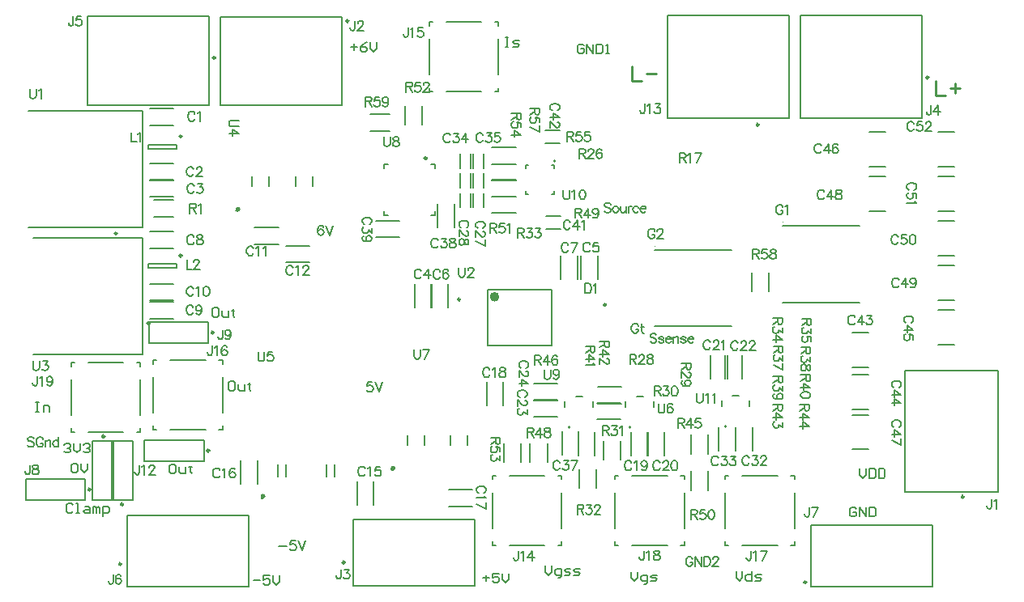
<source format=gbr>
%TF.GenerationSoftware,Altium Limited,Altium Designer,22.0.2 (36)*%
G04 Layer_Color=65535*
%FSLAX45Y45*%
%MOMM*%
%TF.SameCoordinates,A85A4143-1F01-4578-B965-72C63468A48A*%
%TF.FilePolarity,Positive*%
%TF.FileFunction,Legend,Top*%
%TF.Part,Single*%
G01*
G75*
%TA.AperFunction,NonConductor*%
%ADD59C,0.25400*%
%ADD65C,0.50000*%
%ADD66C,0.25000*%
%ADD67C,0.10000*%
%ADD68C,0.20000*%
%ADD69C,0.15240*%
%ADD70C,0.12700*%
D59*
X6004191Y2529349D02*
G03*
X6004191Y2529349I-10000J0D01*
G01*
X6275400Y5027751D02*
Y4875400D01*
X6376967D01*
X6427751Y4951575D02*
X6529318D01*
X9448331Y4870056D02*
Y4717705D01*
X9549898D01*
X9600682Y4793881D02*
X9702249D01*
X9651465Y4844664D02*
Y4743097D01*
D65*
X2419036Y526972D02*
G03*
X2421800Y522500I-2236J-4472D01*
G01*
X2159300Y3529100D02*
G03*
X2159300Y3529100I-5000J0D01*
G01*
X3779800Y818600D02*
G03*
X3779800Y818600I-5000J0D01*
G01*
X4865439Y2613200D02*
G03*
X4865439Y2613200I-25000J0D01*
G01*
D66*
X1904589Y2240000D02*
G03*
X1904589Y2240000I-12500J0D01*
G01*
X9375875Y4909242D02*
G03*
X9375875Y4909242I-12500J0D01*
G01*
X7603375Y4414242D02*
G03*
X7603375Y4414242I-12500J0D01*
G01*
X9745987Y520203D02*
G03*
X9745987Y520203I-12500J0D01*
G01*
X8098906Y-371731D02*
G03*
X8098906Y-371731I-12500J0D01*
G01*
X1235000Y2336500D02*
G03*
X1235000Y2336500I-12500J0D01*
G01*
X895000Y3277500D02*
G03*
X895000Y3277500I-12500J0D01*
G01*
X3275000Y-165000D02*
G03*
X3275000Y-165000I-12500J0D01*
G01*
X940000Y-182500D02*
G03*
X940000Y-182500I-12500J0D01*
G01*
X960000Y442500D02*
G03*
X960000Y442500I-12500J0D01*
G01*
X765000Y1152500D02*
G03*
X765000Y1152500I-12500J0D01*
G01*
X1860000Y1005000D02*
G03*
X1860000Y1005000I-12500J0D01*
G01*
X1572089Y3045000D02*
G03*
X1572089Y3045000I-12500J0D01*
G01*
X1922500Y5115000D02*
G03*
X1922500Y5115000I-12500J0D01*
G01*
X3315000Y5500000D02*
G03*
X3315000Y5500000I-12500J0D01*
G01*
X4133478Y4063817D02*
G03*
X4133478Y4063817I-12500J0D01*
G01*
X617500Y597500D02*
G03*
X617500Y597500I-12500J0D01*
G01*
X4482433Y2586200D02*
G03*
X4482433Y2586200I-12500J0D01*
G01*
X1572089Y4292500D02*
G03*
X1572089Y4292500I-12500J0D01*
G01*
D67*
X6519900Y3144700D02*
G03*
X6519900Y3144700I-5000J0D01*
G01*
X7857500Y3395000D02*
G03*
X7857500Y3395000I-5000J0D01*
G01*
D68*
X7264400Y1257200D02*
G03*
X7264400Y1257200I-10000J0D01*
G01*
X6262500Y1249000D02*
G03*
X6262500Y1249000I-10000J0D01*
G01*
X5627500D02*
G03*
X5627500Y1249000I-10000J0D01*
G01*
X5477999Y4036133D02*
G03*
X5477999Y4036133I-10000J0D01*
G01*
X4352909Y2502089D02*
Y2747910D01*
X4177090Y2502089D02*
Y2747910D01*
X4185411Y2502089D02*
Y2747910D01*
X4009588Y2502089D02*
Y2747910D01*
X1227089Y2127500D02*
X1847087D01*
X1227089D02*
Y2347500D01*
X1847087D01*
Y2127500D02*
Y2347500D01*
X9303373Y4479244D02*
Y5559242D01*
X8033393Y4479260D02*
X9303358D01*
X8033393D02*
Y5559242D01*
X9303373D01*
X7920876Y4479244D02*
Y5559242D01*
X6650892Y4479260D02*
X7920856D01*
X6650892D02*
Y5559242D01*
X7920876D01*
X9128488Y575203D02*
X10106827D01*
X9128508Y575223D02*
Y1845188D01*
X10106827D01*
Y575203D02*
Y1845188D01*
X4815494Y3828832D02*
X5061315D01*
X4815494Y4004651D02*
X5061315D01*
X4477287Y3550080D02*
Y3697328D01*
X4614534Y3550080D02*
Y3697328D01*
X4725659Y3962169D02*
Y4109418D01*
X4588412Y3962169D02*
Y4109418D01*
X4725659Y3550080D02*
Y3697328D01*
X4588412Y3550080D02*
Y3697328D01*
X4614534Y3757115D02*
Y3904359D01*
X4477287Y3757115D02*
Y3904359D01*
X4725659Y3757115D02*
Y3904359D01*
X4588412Y3757115D02*
Y3904359D01*
X4477287Y3962169D02*
Y4109418D01*
X4614534Y3962169D02*
Y4109418D01*
X2187087Y659588D02*
Y905410D01*
X2362911Y659588D02*
Y905410D01*
X2659349Y2972091D02*
X2905170D01*
X2659349Y3147910D02*
X2905170D01*
X2334590Y3164587D02*
X2580411D01*
X2334590Y3340411D02*
X2580411D01*
X4423892Y3340818D02*
Y3586639D01*
X4248068Y3340818D02*
Y3586639D01*
X6514901Y2304701D02*
X7314900D01*
X6514901Y3104699D02*
X7314900D01*
X8580157Y1877292D02*
X8749941D01*
X8580157Y2237707D02*
X8749941D01*
X8148906Y-420000D02*
Y225768D01*
X8148921Y225747D02*
X9418885D01*
Y-420000D02*
Y225747D01*
X8148906Y-420000D02*
X9418885D01*
X22499Y3227498D02*
X1162502D01*
X22499Y2007500D02*
X1162502D01*
Y3227498D01*
X-27499Y4557498D02*
X1162502D01*
X-27499Y3337500D02*
X1162502D01*
Y4557498D01*
X9475563Y3869708D02*
X9645347D01*
X9475563Y3509292D02*
X9645347D01*
X8580109Y1379626D02*
X8749898D01*
X8580109Y1019210D02*
X8749898D01*
X9475562Y2112790D02*
X9645345D01*
X9475562Y2473206D02*
X9645345D01*
X9475563Y2938708D02*
X9645347D01*
X9475563Y2578292D02*
X9645347D01*
X9475563Y3404208D02*
X9645347D01*
X9475563Y3043792D02*
X9645347D01*
X8757611Y3869705D02*
X8927395D01*
X8757611Y3509289D02*
X8927395D01*
X8757606Y4335210D02*
X8927390D01*
X8757606Y3974794D02*
X8927390D01*
X9475563Y4335207D02*
X9645347D01*
X9475563Y3974792D02*
X9645347D01*
X5544591Y957327D02*
Y1203148D01*
X5720410Y957327D02*
Y1203148D01*
X5714588Y954828D02*
Y1200649D01*
X5890412Y954828D02*
Y1200649D01*
X7101489Y1756289D02*
Y2002111D01*
X7277313Y1756289D02*
Y2002111D01*
X7253889Y1756289D02*
Y2002111D01*
X7429713Y1756289D02*
Y2002111D01*
X8580109Y1797709D02*
X8749893D01*
X8580109Y1437293D02*
X8749893D01*
X7536210Y1006989D02*
Y1252811D01*
X7360391Y1006989D02*
Y1252811D01*
X7358410Y1006989D02*
Y1252811D01*
X7182591Y1006989D02*
Y1252811D01*
X6612910Y949590D02*
Y1195412D01*
X6437091Y949590D02*
Y1195412D01*
X6445412Y949590D02*
Y1195412D01*
X6269588Y949590D02*
Y1195412D01*
X5914588Y1505408D02*
X6160409D01*
X5914588Y1329590D02*
X6160409D01*
X5917006Y1672911D02*
X6162827D01*
X5917006Y1497087D02*
X6162827D01*
X5249804Y1705413D02*
X5495625D01*
X5249804Y1529589D02*
X5495625D01*
X5249590Y1537910D02*
X5495411D01*
X5249590Y1362092D02*
X5495411D01*
X4932913Y1474827D02*
Y1720653D01*
X4757089Y1474827D02*
Y1720653D01*
X4362089Y419589D02*
X4607910D01*
X4362089Y595413D02*
X4607910D01*
X3367501Y-407500D02*
X4637481D01*
Y284979D01*
X3367521D02*
X4637481D01*
X3367501Y-407500D02*
Y284999D01*
X3577910Y437542D02*
Y683363D01*
X3402091Y437542D02*
Y683363D01*
X997498Y-420000D02*
Y329998D01*
X997518Y329983D02*
X2267483D01*
Y-420000D02*
Y329983D01*
X997498Y-420000D02*
X2267483D01*
X839998Y487498D02*
X1060002D01*
X839998D02*
Y1107502D01*
X1060002D01*
Y487498D02*
Y1107502D01*
X639998D02*
X859998D01*
Y487498D02*
Y1107502D01*
X639998Y487498D02*
X859998D01*
X639998D02*
Y1107502D01*
X1182502Y892501D02*
X1802500D01*
X1182502D02*
Y1112501D01*
X1802500D01*
Y892501D02*
Y1112501D01*
X1242090Y2562912D02*
X1487911D01*
X1242090Y2387088D02*
X1487911D01*
X1242090Y2750410D02*
X1487911D01*
X1242090Y2574591D02*
X1487911D01*
X1519590Y2915002D02*
Y2955002D01*
X1219591Y2915002D02*
Y2955002D01*
Y2915002D02*
X1519590D01*
X1219591Y2955002D02*
X1519590D01*
X1242090Y3122088D02*
X1487911D01*
X1242090Y3297912D02*
X1487911D01*
X1242090Y3835411D02*
X1487911D01*
X1242090Y3659588D02*
X1487911D01*
X1242090Y4010412D02*
X1487911D01*
X1242090Y3834588D02*
X1487911D01*
X1242090Y4580409D02*
X1487911D01*
X1242090Y4404590D02*
X1487911D01*
X582518Y5552500D02*
X1852498D01*
X582518Y4615019D02*
Y5552500D01*
X1852498Y4614998D02*
Y5552500D01*
X582518Y4615019D02*
X1852482D01*
X1977522Y5540000D02*
X3247501D01*
X1977522Y4615019D02*
Y5540000D01*
Y4615019D02*
X3247481D01*
X3247501Y4614998D02*
Y5540000D01*
X3601473Y3236075D02*
X3847294D01*
X3601473Y3411894D02*
X3847294D01*
X4175559Y3996388D02*
X4215559D01*
Y3956388D02*
Y3996388D01*
Y3466387D02*
Y3506387D01*
X4175559Y3466387D02*
X4215559D01*
X3685562D02*
X3725562D01*
X3685562D02*
Y3506387D01*
Y3996388D02*
X3725562D01*
X3685562Y3956388D02*
Y3996388D01*
X4815494Y3999343D02*
X5061315D01*
X4815494Y4175167D02*
X5061315D01*
X5373583Y4218875D02*
X5520832D01*
X5373583Y4356122D02*
X5520832D01*
X5744590Y2794591D02*
Y3040412D01*
X5920409Y2794591D02*
Y3040412D01*
X5529590Y2794591D02*
Y3040412D01*
X5705414Y2794591D02*
Y3040412D01*
X5380370Y3321376D02*
X5527619D01*
X5380370Y3458623D02*
X5527619D01*
X559998Y484999D02*
Y704999D01*
X-60000D02*
X559998D01*
X-60000Y484999D02*
Y704999D01*
Y484999D02*
X559998D01*
X4815494Y3664998D02*
X5061315D01*
X4815494Y3489179D02*
X5061315D01*
X4765441Y2688200D02*
X5436047D01*
Y2103197D02*
Y2688200D01*
X4765441Y2103197D02*
X5436047D01*
X4765441D02*
Y2688200D01*
X7852501Y2555003D02*
X8652499D01*
X7852501Y3355001D02*
X8652499D01*
X1519590Y4162502D02*
Y4202502D01*
X1219591Y4162502D02*
Y4202502D01*
Y4162502D02*
X1519590D01*
X1219591Y4202502D02*
X1519590D01*
X4815489Y3661681D02*
X5061315D01*
X4815489Y3837499D02*
X5061315D01*
X4720000Y-330016D02*
X4786645D01*
X4753322Y-296694D02*
Y-363339D01*
X4886613Y-280032D02*
X4819968D01*
Y-330016D01*
X4853290Y-313355D01*
X4869952D01*
X4886613Y-330016D01*
Y-363339D01*
X4869952Y-380000D01*
X4836629D01*
X4819968Y-363339D01*
X4919936Y-280032D02*
Y-346677D01*
X4953258Y-380000D01*
X4986581Y-346677D01*
Y-280032D01*
X1494627Y863229D02*
X1461305D01*
X1444643Y846568D01*
Y779923D01*
X1461305Y763261D01*
X1494627D01*
X1511288Y779923D01*
Y846568D01*
X1494627Y863229D01*
X1544611Y829906D02*
Y779923D01*
X1561272Y763261D01*
X1611256D01*
Y829906D01*
X1661240Y846568D02*
Y829906D01*
X1644579D01*
X1677901D01*
X1661240D01*
Y779923D01*
X1677901Y763261D01*
X344287Y1065409D02*
X360949Y1082070D01*
X394271D01*
X410932Y1065409D01*
Y1048747D01*
X394271Y1032086D01*
X377610D01*
X394271D01*
X410932Y1015425D01*
Y998764D01*
X394271Y982102D01*
X360949D01*
X344287Y998764D01*
X444255Y1082070D02*
Y1015425D01*
X477578Y982102D01*
X510900Y1015425D01*
Y1082070D01*
X544223Y1065409D02*
X560884Y1082070D01*
X594207D01*
X610868Y1065409D01*
Y1048747D01*
X594207Y1032086D01*
X577545D01*
X594207D01*
X610868Y1015425D01*
Y998764D01*
X594207Y982102D01*
X560884D01*
X544223Y998764D01*
X417671Y854429D02*
X434332Y871091D01*
X467655D01*
X484316Y854429D01*
Y787784D01*
X467655Y771123D01*
X434332D01*
X417671Y787784D01*
Y854429D01*
X517639Y871091D02*
Y804445D01*
X550961Y771123D01*
X584284Y804445D01*
Y871091D01*
X431113Y436440D02*
X414452Y453101D01*
X381130D01*
X364468Y436440D01*
Y369795D01*
X381130Y353133D01*
X414452D01*
X431113Y369795D01*
X464436Y353133D02*
X497758D01*
X481097D01*
Y453101D01*
X464436D01*
X564404Y419778D02*
X597726D01*
X614387Y403117D01*
Y353133D01*
X564404D01*
X547742Y369795D01*
X564404Y386456D01*
X614387D01*
X647710Y353133D02*
Y419778D01*
X664372D01*
X681033Y403117D01*
Y353133D01*
Y403117D01*
X697694Y419778D01*
X714355Y403117D01*
Y353133D01*
X747678Y319811D02*
Y419778D01*
X797662D01*
X814323Y403117D01*
Y369795D01*
X797662Y353133D01*
X747678D01*
X1939880Y2500889D02*
X1906558D01*
X1889896Y2484228D01*
Y2417583D01*
X1906558Y2400921D01*
X1939880D01*
X1956541Y2417583D01*
Y2484228D01*
X1939880Y2500889D01*
X1989864Y2467566D02*
Y2417583D01*
X2006525Y2400921D01*
X2056509D01*
Y2467566D01*
X2106493Y2484228D02*
Y2467566D01*
X2089832D01*
X2123154D01*
X2106493D01*
Y2417583D01*
X2123154Y2400921D01*
X2109061Y1732834D02*
X2075739D01*
X2059077Y1716173D01*
Y1649528D01*
X2075739Y1632866D01*
X2109061D01*
X2125722Y1649528D01*
Y1716173D01*
X2109061Y1732834D01*
X2159045Y1699511D02*
Y1649528D01*
X2175706Y1632866D01*
X2225690D01*
Y1699511D01*
X2275674Y1716173D02*
Y1699511D01*
X2259013D01*
X2292335D01*
X2275674D01*
Y1649528D01*
X2292335Y1632866D01*
X61925Y1782568D02*
Y1706394D01*
X57164Y1692111D01*
X52403Y1687351D01*
X42881Y1682590D01*
X33359D01*
X23837Y1687351D01*
X19077Y1692111D01*
X14316Y1706394D01*
Y1715916D01*
X87633Y1763525D02*
X97155Y1768286D01*
X111438Y1782568D01*
Y1682590D01*
X222842Y1749242D02*
X218082Y1734959D01*
X208560Y1725438D01*
X194277Y1720677D01*
X189516D01*
X175234Y1725438D01*
X165712Y1734959D01*
X160951Y1749242D01*
Y1754003D01*
X165712Y1768286D01*
X175234Y1777807D01*
X189516Y1782568D01*
X194277D01*
X208560Y1777807D01*
X218082Y1768286D01*
X222842Y1749242D01*
Y1725438D01*
X218082Y1701633D01*
X208560Y1687351D01*
X194277Y1682590D01*
X184755D01*
X170473Y1687351D01*
X165712Y1696872D01*
X42396Y1512469D02*
X75719D01*
X59058D01*
Y1412501D01*
X42396D01*
X75719D01*
X125703D02*
Y1479146D01*
X175686D01*
X192348Y1462485D01*
Y1412501D01*
X5370000Y-196710D02*
Y-263355D01*
X5403322Y-296678D01*
X5436645Y-263355D01*
Y-196710D01*
X5503290Y-330000D02*
X5519952D01*
X5536613Y-313339D01*
Y-230033D01*
X5486629D01*
X5469968Y-246694D01*
Y-280016D01*
X5486629Y-296678D01*
X5536613D01*
X5569936D02*
X5619919D01*
X5636581Y-280016D01*
X5619919Y-263355D01*
X5586597D01*
X5569936Y-246694D01*
X5586597Y-230033D01*
X5636581D01*
X5669903Y-296678D02*
X5719887D01*
X5736548Y-280016D01*
X5719887Y-263355D01*
X5686565D01*
X5669903Y-246694D01*
X5686565Y-230033D01*
X5736548D01*
X6268898Y-263590D02*
Y-330235D01*
X6302221Y-363557D01*
X6335543Y-330235D01*
Y-263590D01*
X6402189Y-396880D02*
X6418850D01*
X6435511Y-380219D01*
Y-296912D01*
X6385527D01*
X6368866Y-313573D01*
Y-346896D01*
X6385527Y-363557D01*
X6435511D01*
X6468834D02*
X6518818D01*
X6535479Y-346896D01*
X6518818Y-330235D01*
X6485495D01*
X6468834Y-313573D01*
X6485495Y-296912D01*
X6535479D01*
X7365087Y-260942D02*
Y-327587D01*
X7398409Y-360910D01*
X7431732Y-327587D01*
Y-260942D01*
X7531700D02*
Y-360910D01*
X7481716D01*
X7465055Y-344248D01*
Y-310926D01*
X7481716Y-294265D01*
X7531700D01*
X7565022Y-360910D02*
X7615006D01*
X7631667Y-344248D01*
X7615006Y-327587D01*
X7581684D01*
X7565022Y-310926D01*
X7581684Y-294265D01*
X7631667D01*
X4951599Y5329213D02*
X4984922D01*
X4968261D01*
Y5229245D01*
X4951599D01*
X4984922D01*
X5034906D02*
X5084889D01*
X5101551Y5245906D01*
X5084889Y5262568D01*
X5051567D01*
X5034906Y5279229D01*
X5051567Y5295890D01*
X5101551D01*
X3340305Y5226810D02*
X3406950D01*
X3373627Y5260132D02*
Y5193487D01*
X3506918Y5276794D02*
X3473595Y5260132D01*
X3440273Y5226810D01*
Y5193487D01*
X3456934Y5176826D01*
X3490256D01*
X3506918Y5193487D01*
Y5210149D01*
X3490256Y5226810D01*
X3440273D01*
X3540240Y5276794D02*
Y5210149D01*
X3573563Y5176826D01*
X3606885Y5210149D01*
Y5276794D01*
X2323683Y-352739D02*
X2390328D01*
X2490296Y-302756D02*
X2423650D01*
Y-352739D01*
X2456973Y-336078D01*
X2473634D01*
X2490296Y-352739D01*
Y-386062D01*
X2473634Y-402723D01*
X2440312D01*
X2423650Y-386062D01*
X2523618Y-302756D02*
Y-369401D01*
X2556941Y-402723D01*
X2590263Y-369401D01*
Y-302756D01*
X8655293Y813349D02*
Y746704D01*
X8688615Y713381D01*
X8721938Y746704D01*
Y813349D01*
X8755260D02*
Y713381D01*
X8805244D01*
X8821905Y730043D01*
Y796688D01*
X8805244Y813349D01*
X8755260D01*
X8855228D02*
Y713381D01*
X8905212D01*
X8921873Y730043D01*
Y796688D01*
X8905212Y813349D01*
X8855228D01*
X8621938Y396688D02*
X8605276Y413349D01*
X8571954D01*
X8555293Y396688D01*
Y330043D01*
X8571954Y313381D01*
X8605276D01*
X8621938Y330043D01*
Y363365D01*
X8588615D01*
X8655260Y313381D02*
Y413349D01*
X8721905Y313381D01*
Y413349D01*
X8755228D02*
Y313381D01*
X8805212D01*
X8821873Y330043D01*
Y396688D01*
X8805212Y413349D01*
X8755228D01*
X4272361Y2877063D02*
X4267600Y2886585D01*
X4258078Y2896106D01*
X4248556Y2900867D01*
X4229512D01*
X4219991Y2896106D01*
X4210469Y2886585D01*
X4205708Y2877063D01*
X4200947Y2862780D01*
Y2838976D01*
X4205708Y2824693D01*
X4210469Y2815171D01*
X4219991Y2805650D01*
X4229512Y2800889D01*
X4248556D01*
X4258078Y2805650D01*
X4267600Y2815171D01*
X4272361Y2824693D01*
X4357580Y2886585D02*
X4352819Y2896106D01*
X4338537Y2900867D01*
X4329015D01*
X4314732Y2896106D01*
X4305211Y2881824D01*
X4300450Y2858019D01*
Y2834215D01*
X4305211Y2815171D01*
X4314732Y2805650D01*
X4329015Y2800889D01*
X4333776D01*
X4348059Y2805650D01*
X4357580Y2815171D01*
X4362341Y2829454D01*
Y2834215D01*
X4357580Y2848498D01*
X4348059Y2858019D01*
X4333776Y2862780D01*
X4329015D01*
X4314732Y2858019D01*
X4305211Y2848498D01*
X4300450Y2834215D01*
X4074775Y2879358D02*
X4070014Y2888880D01*
X4060492Y2898402D01*
X4050971Y2903163D01*
X4031927D01*
X4022405Y2898402D01*
X4012883Y2888880D01*
X4008123Y2879358D01*
X4003362Y2865075D01*
Y2841271D01*
X4008123Y2826988D01*
X4012883Y2817467D01*
X4022405Y2807945D01*
X4031927Y2803184D01*
X4050971D01*
X4060492Y2807945D01*
X4070014Y2817467D01*
X4074775Y2826988D01*
X4150473Y2903163D02*
X4102864Y2836510D01*
X4174277D01*
X4150473Y2903163D02*
Y2803184D01*
X9403618Y4616731D02*
Y4540557D01*
X9398857Y4526274D01*
X9394096Y4521513D01*
X9384575Y4516752D01*
X9375053D01*
X9365531Y4521513D01*
X9360770Y4526274D01*
X9356009Y4540557D01*
Y4550079D01*
X9476936Y4616731D02*
X9429327Y4550079D01*
X9500740D01*
X9476936Y4616731D02*
Y4516752D01*
X6409340Y4631731D02*
Y4555557D01*
X6404579Y4541274D01*
X6399818Y4536513D01*
X6390296Y4531752D01*
X6380774D01*
X6371252Y4536513D01*
X6366492Y4541274D01*
X6361731Y4555557D01*
Y4565079D01*
X6435048Y4612687D02*
X6444570Y4617448D01*
X6458853Y4631731D01*
Y4531752D01*
X6517888Y4631731D02*
X6570257D01*
X6541692Y4593644D01*
X6555975D01*
X6565497Y4588883D01*
X6570257Y4584122D01*
X6575018Y4569839D01*
Y4560318D01*
X6570257Y4546035D01*
X6560736Y4536513D01*
X6546453Y4531752D01*
X6532170D01*
X6517888Y4536513D01*
X6513127Y4541274D01*
X6508366Y4550796D01*
X4250908Y3201661D02*
X4246147Y3211183D01*
X4236626Y3220704D01*
X4227104Y3225465D01*
X4208060D01*
X4198539Y3220704D01*
X4189017Y3211183D01*
X4184256Y3201661D01*
X4179495Y3187378D01*
Y3163574D01*
X4184256Y3149291D01*
X4189017Y3139769D01*
X4198539Y3130247D01*
X4208060Y3125487D01*
X4227104D01*
X4236626Y3130247D01*
X4246147Y3139769D01*
X4250908Y3149291D01*
X4288519Y3225465D02*
X4340889D01*
X4312324Y3187378D01*
X4326607D01*
X4336128Y3182617D01*
X4340889Y3177856D01*
X4345650Y3163574D01*
Y3154052D01*
X4340889Y3139769D01*
X4331367Y3130247D01*
X4317085Y3125487D01*
X4302802D01*
X4288519Y3130247D01*
X4283759Y3135008D01*
X4278998Y3144530D01*
X4391830Y3225465D02*
X4377548Y3220704D01*
X4372787Y3211183D01*
Y3201661D01*
X4377548Y3192139D01*
X4387070Y3187378D01*
X4406113Y3182617D01*
X4420396Y3177856D01*
X4429917Y3168335D01*
X4434678Y3158813D01*
Y3144530D01*
X4429917Y3135008D01*
X4425157Y3130247D01*
X4410874Y3125487D01*
X4391830D01*
X4377548Y3130247D01*
X4372787Y3135008D01*
X4368026Y3144530D01*
Y3158813D01*
X4372787Y3168335D01*
X4382309Y3177856D01*
X4396591Y3182617D01*
X4415635Y3187378D01*
X4425157Y3192139D01*
X4429917Y3201661D01*
Y3211183D01*
X4425157Y3220704D01*
X4410874Y3225465D01*
X4391830D01*
X5772532Y5240822D02*
X5755871Y5257484D01*
X5722549D01*
X5705887Y5240822D01*
Y5174177D01*
X5722549Y5157516D01*
X5755871D01*
X5772532Y5174177D01*
Y5207500D01*
X5739210D01*
X5805855Y5157516D02*
Y5257484D01*
X5872500Y5157516D01*
Y5257484D01*
X5905823D02*
Y5157516D01*
X5955807D01*
X5972468Y5174177D01*
Y5240822D01*
X5955807Y5257484D01*
X5905823D01*
X6005791Y5157516D02*
X6039113D01*
X6022452D01*
Y5257484D01*
X6005791Y5240822D01*
X8606322Y2396185D02*
X8601561Y2405707D01*
X8592039Y2415228D01*
X8582518Y2419989D01*
X8563474D01*
X8553952Y2415228D01*
X8544430Y2405707D01*
X8539669Y2396185D01*
X8534909Y2381902D01*
Y2358098D01*
X8539669Y2343815D01*
X8544430Y2334293D01*
X8553952Y2324772D01*
X8563474Y2320011D01*
X8582518D01*
X8592039Y2324772D01*
X8601561Y2334293D01*
X8606322Y2343815D01*
X8682020Y2419989D02*
X8634411Y2353337D01*
X8705824D01*
X8682020Y2419989D02*
Y2320011D01*
X8732961Y2419989D02*
X8785331D01*
X8756766Y2381902D01*
X8771048D01*
X8780570Y2377141D01*
X8785331Y2372380D01*
X8790092Y2358098D01*
Y2348576D01*
X8785331Y2334293D01*
X8775809Y2324772D01*
X8761527Y2320011D01*
X8747244D01*
X8732961Y2324772D01*
X8728200Y2329532D01*
X8723439Y2339054D01*
X9223822Y4423685D02*
X9219061Y4433207D01*
X9209539Y4442728D01*
X9200017Y4447489D01*
X9180974D01*
X9171452Y4442728D01*
X9161930Y4433207D01*
X9157169Y4423685D01*
X9152408Y4409402D01*
Y4385598D01*
X9157169Y4371315D01*
X9161930Y4361793D01*
X9171452Y4352272D01*
X9180974Y4347511D01*
X9200017D01*
X9209539Y4352272D01*
X9219061Y4361793D01*
X9223822Y4371315D01*
X9309042Y4447489D02*
X9261433D01*
X9256672Y4404641D01*
X9261433Y4409402D01*
X9275715Y4414163D01*
X9289998D01*
X9304281Y4409402D01*
X9313802Y4399880D01*
X9318563Y4385598D01*
Y4376076D01*
X9313802Y4361793D01*
X9304281Y4352272D01*
X9289998Y4347511D01*
X9275715D01*
X9261433Y4352272D01*
X9256672Y4357032D01*
X9251911Y4366554D01*
X9345700Y4423685D02*
Y4428446D01*
X9350461Y4437968D01*
X9355222Y4442728D01*
X9364744Y4447489D01*
X9383787D01*
X9393309Y4442728D01*
X9398070Y4437968D01*
X9402831Y4428446D01*
Y4418924D01*
X9398070Y4409402D01*
X9388548Y4395120D01*
X9340939Y4347511D01*
X9407592D01*
X9226185Y3732254D02*
X9235707Y3737015D01*
X9245228Y3746537D01*
X9249989Y3756058D01*
Y3775102D01*
X9245228Y3784624D01*
X9235707Y3794146D01*
X9226185Y3798906D01*
X9211902Y3803667D01*
X9188098D01*
X9173815Y3798906D01*
X9164293Y3794146D01*
X9154772Y3784624D01*
X9150011Y3775102D01*
Y3756058D01*
X9154772Y3746537D01*
X9164293Y3737015D01*
X9173815Y3732254D01*
X9249989Y3647034D02*
Y3694643D01*
X9207141Y3699404D01*
X9211902Y3694643D01*
X9216663Y3680360D01*
Y3666078D01*
X9211902Y3651795D01*
X9202380Y3642273D01*
X9188098Y3637512D01*
X9178576D01*
X9164293Y3642273D01*
X9154772Y3651795D01*
X9150011Y3666078D01*
Y3680360D01*
X9154772Y3694643D01*
X9159532Y3699404D01*
X9169054Y3704165D01*
X9230946Y3615136D02*
X9235707Y3605615D01*
X9249989Y3591332D01*
X9150011D01*
X9058822Y3238685D02*
X9054061Y3248207D01*
X9044539Y3257729D01*
X9035017Y3262490D01*
X9015974D01*
X9006452Y3257729D01*
X8996930Y3248207D01*
X8992169Y3238685D01*
X8987408Y3224402D01*
Y3200598D01*
X8992169Y3186315D01*
X8996930Y3176793D01*
X9006452Y3167272D01*
X9015974Y3162511D01*
X9035017D01*
X9044539Y3167272D01*
X9054061Y3176793D01*
X9058822Y3186315D01*
X9144042Y3262490D02*
X9096433D01*
X9091672Y3219642D01*
X9096433Y3224402D01*
X9110715Y3229163D01*
X9124998D01*
X9139281Y3224402D01*
X9148802Y3214881D01*
X9153563Y3200598D01*
Y3191076D01*
X9148802Y3176793D01*
X9139281Y3167272D01*
X9124998Y3162511D01*
X9110715D01*
X9096433Y3167272D01*
X9091672Y3172033D01*
X9086911Y3181554D01*
X9204505Y3262490D02*
X9190222Y3257729D01*
X9180700Y3243446D01*
X9175939Y3219642D01*
Y3205359D01*
X9180700Y3181554D01*
X9190222Y3167272D01*
X9204505Y3162511D01*
X9214027D01*
X9228309Y3167272D01*
X9237831Y3181554D01*
X9242592Y3205359D01*
Y3219642D01*
X9237831Y3243446D01*
X9228309Y3257729D01*
X9214027Y3262490D01*
X9204505D01*
X9066202Y2786185D02*
X9061441Y2795707D01*
X9051920Y2805229D01*
X9042398Y2809990D01*
X9023354D01*
X9013833Y2805229D01*
X9004311Y2795707D01*
X8999550Y2786185D01*
X8994789Y2771902D01*
Y2748098D01*
X8999550Y2733815D01*
X9004311Y2724294D01*
X9013833Y2714772D01*
X9023354Y2710011D01*
X9042398D01*
X9051920Y2714772D01*
X9061441Y2724294D01*
X9066202Y2733815D01*
X9141900Y2809990D02*
X9094291Y2743337D01*
X9165705D01*
X9141900Y2809990D02*
Y2710011D01*
X9245211Y2776663D02*
X9240451Y2762381D01*
X9230929Y2752859D01*
X9216646Y2748098D01*
X9211885D01*
X9197603Y2752859D01*
X9188081Y2762381D01*
X9183320Y2776663D01*
Y2781424D01*
X9188081Y2795707D01*
X9197603Y2805229D01*
X9211885Y2809990D01*
X9216646D01*
X9230929Y2805229D01*
X9240451Y2795707D01*
X9245211Y2776663D01*
Y2752859D01*
X9240451Y2729054D01*
X9230929Y2714772D01*
X9216646Y2710011D01*
X9207124D01*
X9192842Y2714772D01*
X9188081Y2724294D01*
X8286325Y3708685D02*
X8281564Y3718207D01*
X8272042Y3727728D01*
X8262521Y3732489D01*
X8243477D01*
X8233955Y3727728D01*
X8224433Y3718207D01*
X8219673Y3708685D01*
X8214912Y3694402D01*
Y3670598D01*
X8219673Y3656315D01*
X8224433Y3646793D01*
X8233955Y3637272D01*
X8243477Y3632511D01*
X8262521D01*
X8272042Y3637272D01*
X8281564Y3646793D01*
X8286325Y3656315D01*
X8362023Y3732489D02*
X8314414Y3665837D01*
X8385828D01*
X8362023Y3732489D02*
Y3632511D01*
X8427247Y3732489D02*
X8412964Y3727728D01*
X8408204Y3718207D01*
Y3708685D01*
X8412964Y3699163D01*
X8422486Y3694402D01*
X8441530Y3689641D01*
X8455812Y3684880D01*
X8465334Y3675359D01*
X8470095Y3665837D01*
Y3651554D01*
X8465334Y3642032D01*
X8460573Y3637272D01*
X8446291Y3632511D01*
X8427247D01*
X8412964Y3637272D01*
X8408204Y3642032D01*
X8403443Y3651554D01*
Y3665837D01*
X8408204Y3675359D01*
X8417725Y3684880D01*
X8432008Y3689641D01*
X8451052Y3694402D01*
X8460573Y3699163D01*
X8465334Y3708685D01*
Y3718207D01*
X8460573Y3727728D01*
X8446291Y3732489D01*
X8427247D01*
X9066230Y1249793D02*
X9075752Y1254553D01*
X9085274Y1264075D01*
X9090035Y1273597D01*
Y1292641D01*
X9085274Y1302162D01*
X9075752Y1311684D01*
X9066230Y1316445D01*
X9051948Y1321206D01*
X9028143D01*
X9013861Y1316445D01*
X9004339Y1311684D01*
X8994817Y1302162D01*
X8990056Y1292641D01*
Y1273597D01*
X8994817Y1264075D01*
X9004339Y1254553D01*
X9013861Y1249793D01*
X9090035Y1174094D02*
X9023383Y1221703D01*
Y1150290D01*
X9090035Y1174094D02*
X8990056D01*
X9090035Y1066023D02*
X8990056Y1113631D01*
X9090035Y1132675D02*
Y1066023D01*
X8256202Y4191185D02*
X8251441Y4200707D01*
X8241920Y4210229D01*
X8232398Y4214990D01*
X8213354D01*
X8203833Y4210229D01*
X8194311Y4200707D01*
X8189550Y4191185D01*
X8184789Y4176902D01*
Y4153098D01*
X8189550Y4138815D01*
X8194311Y4129293D01*
X8203833Y4119772D01*
X8213354Y4115011D01*
X8232398D01*
X8241920Y4119772D01*
X8251441Y4129293D01*
X8256202Y4138815D01*
X8331901Y4214990D02*
X8284292Y4148337D01*
X8355705D01*
X8331901Y4214990D02*
Y4115011D01*
X8430451Y4200707D02*
X8425690Y4210229D01*
X8411407Y4214990D01*
X8401885D01*
X8387603Y4210229D01*
X8378081Y4195946D01*
X8373320Y4172142D01*
Y4148337D01*
X8378081Y4129293D01*
X8387603Y4119772D01*
X8401885Y4115011D01*
X8406646D01*
X8420929Y4119772D01*
X8430451Y4129293D01*
X8435211Y4143576D01*
Y4148337D01*
X8430451Y4162620D01*
X8420929Y4172142D01*
X8406646Y4176902D01*
X8401885D01*
X8387603Y4172142D01*
X8378081Y4162620D01*
X8373320Y4148337D01*
X9193685Y2341178D02*
X9203207Y2345939D01*
X9212729Y2355461D01*
X9217490Y2364983D01*
Y2384026D01*
X9212729Y2393548D01*
X9203207Y2403070D01*
X9193685Y2407831D01*
X9179402Y2412592D01*
X9155598D01*
X9141315Y2407831D01*
X9131794Y2403070D01*
X9122272Y2393548D01*
X9117511Y2384026D01*
Y2364983D01*
X9122272Y2355461D01*
X9131794Y2345939D01*
X9141315Y2341178D01*
X9217490Y2265480D02*
X9150837Y2313089D01*
Y2241676D01*
X9217490Y2265480D02*
X9117511D01*
X9217490Y2166930D02*
Y2214539D01*
X9174642Y2219300D01*
X9179402Y2214539D01*
X9184163Y2200256D01*
Y2185974D01*
X9179402Y2171691D01*
X9169881Y2162169D01*
X9155598Y2157408D01*
X9146076D01*
X9131794Y2162169D01*
X9122272Y2171691D01*
X9117511Y2185974D01*
Y2200256D01*
X9122272Y2214539D01*
X9127033Y2219300D01*
X9136554Y2224061D01*
X9066230Y1663500D02*
X9075752Y1668261D01*
X9085274Y1677782D01*
X9090035Y1687304D01*
Y1706348D01*
X9085274Y1715869D01*
X9075752Y1725391D01*
X9066230Y1730152D01*
X9051948Y1734913D01*
X9028143D01*
X9013861Y1730152D01*
X9004339Y1725391D01*
X8994817Y1715869D01*
X8990056Y1706348D01*
Y1687304D01*
X8994817Y1677782D01*
X9004339Y1668261D01*
X9013861Y1663500D01*
X9090035Y1587801D02*
X9023383Y1635410D01*
Y1563997D01*
X9090035Y1587801D02*
X8990056D01*
X9090035Y1498773D02*
X9023383Y1546382D01*
Y1474969D01*
X9090035Y1498773D02*
X8990056D01*
X6534201Y2215707D02*
X6524679Y2225228D01*
X6510396Y2229989D01*
X6491353D01*
X6477070Y2225228D01*
X6467548Y2215707D01*
Y2206185D01*
X6472309Y2196663D01*
X6477070Y2191902D01*
X6486592Y2187141D01*
X6515157Y2177620D01*
X6524679Y2172859D01*
X6529440Y2168098D01*
X6534201Y2158576D01*
Y2144293D01*
X6524679Y2134772D01*
X6510396Y2130011D01*
X6491353D01*
X6477070Y2134772D01*
X6467548Y2144293D01*
X6608947Y2182380D02*
X6604186Y2191902D01*
X6589903Y2196663D01*
X6575621D01*
X6561338Y2191902D01*
X6556577Y2182380D01*
X6561338Y2172859D01*
X6570860Y2168098D01*
X6594664Y2163337D01*
X6604186Y2158576D01*
X6608947Y2149054D01*
Y2144293D01*
X6604186Y2134772D01*
X6589903Y2130011D01*
X6575621D01*
X6561338Y2134772D01*
X6556577Y2144293D01*
X6629895Y2168098D02*
X6687025D01*
Y2177620D01*
X6682264Y2187141D01*
X6677504Y2191902D01*
X6667982Y2196663D01*
X6653699D01*
X6644177Y2191902D01*
X6634656Y2182380D01*
X6629895Y2168098D01*
Y2158576D01*
X6634656Y2144293D01*
X6644177Y2134772D01*
X6653699Y2130011D01*
X6667982D01*
X6677504Y2134772D01*
X6687025Y2144293D01*
X6708449Y2196663D02*
Y2130011D01*
Y2177620D02*
X6722732Y2191902D01*
X6732253Y2196663D01*
X6746536D01*
X6756058Y2191902D01*
X6760819Y2177620D01*
Y2130011D01*
X6839373Y2182380D02*
X6834613Y2191902D01*
X6820330Y2196663D01*
X6806047D01*
X6791765Y2191902D01*
X6787004Y2182380D01*
X6791765Y2172859D01*
X6801286Y2168098D01*
X6825091Y2163337D01*
X6834613Y2158576D01*
X6839373Y2149054D01*
Y2144293D01*
X6834613Y2134772D01*
X6820330Y2130011D01*
X6806047D01*
X6791765Y2134772D01*
X6787004Y2144293D01*
X6860321Y2168098D02*
X6917452D01*
Y2177620D01*
X6912691Y2187141D01*
X6907930Y2191902D01*
X6898408Y2196663D01*
X6884126D01*
X6874604Y2191902D01*
X6865082Y2182380D01*
X6860321Y2168098D01*
Y2158576D01*
X6865082Y2144293D01*
X6874604Y2134772D01*
X6884126Y2130011D01*
X6898408D01*
X6907930Y2134772D01*
X6917452Y2144293D01*
X3683019Y4286306D02*
Y4214893D01*
X3687780Y4200610D01*
X3697301Y4191089D01*
X3711584Y4186328D01*
X3721106D01*
X3735389Y4191089D01*
X3744910Y4200610D01*
X3749671Y4214893D01*
Y4286306D01*
X3801089D02*
X3786806Y4281545D01*
X3782045Y4272024D01*
Y4262502D01*
X3786806Y4252980D01*
X3796328Y4248219D01*
X3815371Y4243458D01*
X3829654Y4238697D01*
X3839176Y4229176D01*
X3843937Y4219654D01*
Y4205371D01*
X3839176Y4195849D01*
X3834415Y4191089D01*
X3820132Y4186328D01*
X3801089D01*
X3786806Y4191089D01*
X3782045Y4195849D01*
X3777284Y4205371D01*
Y4219654D01*
X3782045Y4229176D01*
X3791567Y4238697D01*
X3805850Y4243458D01*
X3824893Y4248219D01*
X3834415Y4252980D01*
X3839176Y4262502D01*
Y4272024D01*
X3834415Y4281545D01*
X3820132Y4286306D01*
X3801089D01*
X3489680Y4704599D02*
Y4604620D01*
Y4704599D02*
X3532528D01*
X3546811Y4699838D01*
X3551572Y4695077D01*
X3556332Y4685555D01*
Y4676033D01*
X3551572Y4666511D01*
X3546811Y4661751D01*
X3532528Y4656990D01*
X3489680D01*
X3523006D02*
X3556332Y4604620D01*
X3635839Y4704599D02*
X3588230D01*
X3583470Y4661751D01*
X3588230Y4666511D01*
X3602513Y4671272D01*
X3616796D01*
X3631078Y4666511D01*
X3640600Y4656990D01*
X3645361Y4642707D01*
Y4633185D01*
X3640600Y4618903D01*
X3631078Y4609381D01*
X3616796Y4604620D01*
X3602513D01*
X3588230Y4609381D01*
X3583470Y4614142D01*
X3578709Y4623664D01*
X3729629Y4671272D02*
X3724868Y4656990D01*
X3715346Y4647468D01*
X3701063Y4642707D01*
X3696302D01*
X3682020Y4647468D01*
X3672498Y4656990D01*
X3667737Y4671272D01*
Y4676033D01*
X3672498Y4690316D01*
X3682020Y4699838D01*
X3696302Y4704599D01*
X3701063D01*
X3715346Y4699838D01*
X3724868Y4690316D01*
X3729629Y4671272D01*
Y4647468D01*
X3724868Y4623664D01*
X3715346Y4609381D01*
X3701063Y4604620D01*
X3691542D01*
X3677259Y4609381D01*
X3672498Y4618903D01*
X3562030Y1719989D02*
X3514421D01*
X3509660Y1677141D01*
X3514421Y1681902D01*
X3528703Y1686663D01*
X3542986D01*
X3557269Y1681902D01*
X3566790Y1672380D01*
X3571551Y1658098D01*
Y1648576D01*
X3566790Y1634293D01*
X3557269Y1624772D01*
X3542986Y1620011D01*
X3528703D01*
X3514421Y1624772D01*
X3509660Y1629532D01*
X3504899Y1639054D01*
X3593928Y1719989D02*
X3632015Y1620011D01*
X3670102Y1719989D02*
X3632015Y1620011D01*
X2587292Y2859D02*
X2672988D01*
X2759636Y59989D02*
X2712027D01*
X2707266Y17141D01*
X2712027Y21902D01*
X2726310Y26663D01*
X2740592D01*
X2754875Y21902D01*
X2764397Y12380D01*
X2769158Y-1902D01*
Y-11424D01*
X2764397Y-25707D01*
X2754875Y-35228D01*
X2740592Y-39989D01*
X2726310D01*
X2712027Y-35228D01*
X2707266Y-30468D01*
X2702505Y-20946D01*
X2791534Y59989D02*
X2829621Y-39989D01*
X2867708Y59989D02*
X2829621Y-39989D01*
X3052148Y3343207D02*
X3047387Y3352728D01*
X3033104Y3357489D01*
X3023583D01*
X3009300Y3352728D01*
X2999778Y3338446D01*
X2995017Y3314641D01*
Y3290837D01*
X2999778Y3271793D01*
X3009300Y3262272D01*
X3023583Y3257511D01*
X3028344D01*
X3042626Y3262272D01*
X3052148Y3271793D01*
X3056909Y3286076D01*
Y3290837D01*
X3052148Y3305120D01*
X3042626Y3314641D01*
X3028344Y3319402D01*
X3023583D01*
X3009300Y3314641D01*
X2999778Y3305120D01*
X2995017Y3290837D01*
X3078809Y3357489D02*
X3116896Y3257511D01*
X3154983Y3357489D02*
X3116896Y3257511D01*
X6054556Y3580707D02*
X6045034Y3590229D01*
X6030752Y3594990D01*
X6011708D01*
X5997425Y3590229D01*
X5987904Y3580707D01*
Y3571185D01*
X5992665Y3561663D01*
X5997425Y3556902D01*
X6006947Y3552141D01*
X6035513Y3542620D01*
X6045034Y3537859D01*
X6049795Y3533098D01*
X6054556Y3523576D01*
Y3509293D01*
X6045034Y3499772D01*
X6030752Y3495011D01*
X6011708D01*
X5997425Y3499772D01*
X5987904Y3509293D01*
X6100737Y3561663D02*
X6091215Y3556902D01*
X6081693Y3547381D01*
X6076932Y3533098D01*
Y3523576D01*
X6081693Y3509293D01*
X6091215Y3499772D01*
X6100737Y3495011D01*
X6115019D01*
X6124541Y3499772D01*
X6134063Y3509293D01*
X6138824Y3523576D01*
Y3533098D01*
X6134063Y3547381D01*
X6124541Y3556902D01*
X6115019Y3561663D01*
X6100737D01*
X6160724D02*
Y3514054D01*
X6165485Y3499772D01*
X6175006Y3495011D01*
X6189289D01*
X6198811Y3499772D01*
X6213093Y3514054D01*
Y3561663D02*
Y3495011D01*
X6239278Y3561663D02*
Y3495011D01*
Y3533098D02*
X6244039Y3547381D01*
X6253561Y3556902D01*
X6263083Y3561663D01*
X6277365D01*
X6343542Y3547381D02*
X6334020Y3556902D01*
X6324498Y3561663D01*
X6310215D01*
X6300694Y3556902D01*
X6291172Y3547381D01*
X6286411Y3533098D01*
Y3523576D01*
X6291172Y3509293D01*
X6300694Y3499772D01*
X6310215Y3495011D01*
X6324498D01*
X6334020Y3499772D01*
X6343542Y3509293D01*
X6364966Y3533098D02*
X6422096D01*
Y3542620D01*
X6417335Y3552141D01*
X6412575Y3556902D01*
X6403053Y3561663D01*
X6388770D01*
X6379248Y3556902D01*
X6369727Y3547381D01*
X6364966Y3533098D01*
Y3523576D01*
X6369727Y3509293D01*
X6379248Y3499772D01*
X6388770Y3495011D01*
X6403053D01*
X6412575Y3499772D01*
X6422096Y3509293D01*
X6342737Y2311185D02*
X6337976Y2320707D01*
X6328455Y2330229D01*
X6318933Y2334989D01*
X6299889D01*
X6290368Y2330229D01*
X6280846Y2320707D01*
X6276085Y2311185D01*
X6271324Y2296902D01*
Y2273098D01*
X6276085Y2258815D01*
X6280846Y2249293D01*
X6290368Y2239772D01*
X6299889Y2235011D01*
X6318933D01*
X6328455Y2239772D01*
X6337976Y2249293D01*
X6342737Y2258815D01*
Y2273098D01*
X6318933D02*
X6342737D01*
X6379872Y2334989D02*
Y2254054D01*
X6384633Y2239772D01*
X6394155Y2235011D01*
X6403677D01*
X6365590Y2301663D02*
X6398916D01*
X6911408Y-128815D02*
X6906647Y-119293D01*
X6897125Y-109772D01*
X6887603Y-105011D01*
X6868560D01*
X6859038Y-109772D01*
X6849516Y-119293D01*
X6844755Y-128815D01*
X6839994Y-143098D01*
Y-166902D01*
X6844755Y-181185D01*
X6849516Y-190707D01*
X6859038Y-200228D01*
X6868560Y-204989D01*
X6887603D01*
X6897125Y-200228D01*
X6906647Y-190707D01*
X6911408Y-181185D01*
Y-166902D01*
X6887603D02*
X6911408D01*
X6934260Y-105011D02*
Y-204989D01*
Y-105011D02*
X7000912Y-204989D01*
Y-105011D02*
Y-204989D01*
X7028525Y-105011D02*
Y-204989D01*
Y-105011D02*
X7061852D01*
X7076134Y-109772D01*
X7085656Y-119293D01*
X7090417Y-128815D01*
X7095178Y-143098D01*
Y-166902D01*
X7090417Y-181185D01*
X7085656Y-190707D01*
X7076134Y-200228D01*
X7061852Y-204989D01*
X7028525D01*
X7122315Y-128815D02*
Y-124054D01*
X7127075Y-114533D01*
X7131836Y-109772D01*
X7141358Y-105011D01*
X7160402D01*
X7169923Y-109772D01*
X7174684Y-114533D01*
X7179445Y-124054D01*
Y-133576D01*
X7174684Y-143098D01*
X7165163Y-157380D01*
X7117554Y-204989D01*
X7184206D01*
X29663Y1130707D02*
X20141Y1140228D01*
X5859Y1144989D01*
X-13185D01*
X-27468Y1140228D01*
X-36990Y1130707D01*
Y1121185D01*
X-32229Y1111663D01*
X-27468Y1106902D01*
X-17946Y1102141D01*
X10619Y1092620D01*
X20141Y1087859D01*
X24902Y1083098D01*
X29663Y1073576D01*
Y1059293D01*
X20141Y1049772D01*
X5859Y1045011D01*
X-13185D01*
X-27468Y1049772D01*
X-36990Y1059293D01*
X123452Y1121185D02*
X118691Y1130707D01*
X109170Y1140228D01*
X99648Y1144989D01*
X80604D01*
X71083Y1140228D01*
X61561Y1130707D01*
X56800Y1121185D01*
X52039Y1106902D01*
Y1083098D01*
X56800Y1068815D01*
X61561Y1059293D01*
X71083Y1049772D01*
X80604Y1045011D01*
X99648D01*
X109170Y1049772D01*
X118691Y1059293D01*
X123452Y1068815D01*
Y1083098D01*
X99648D02*
X123452D01*
X146305Y1111663D02*
Y1045011D01*
Y1092620D02*
X160587Y1106902D01*
X170109Y1111663D01*
X184392D01*
X193914Y1106902D01*
X198674Y1092620D01*
Y1045011D01*
X281990Y1144989D02*
Y1045011D01*
Y1097380D02*
X272468Y1106902D01*
X262946Y1111663D01*
X248663D01*
X239142Y1106902D01*
X229620Y1097380D01*
X224859Y1083098D01*
Y1073576D01*
X229620Y1059293D01*
X239142Y1049772D01*
X248663Y1045011D01*
X262946D01*
X272468Y1049772D01*
X281990Y1059293D01*
X7540980Y3109479D02*
Y3009500D01*
Y3109479D02*
X7583828D01*
X7598111Y3104718D01*
X7602872Y3099957D01*
X7607632Y3090435D01*
Y3080913D01*
X7602872Y3071391D01*
X7598111Y3066631D01*
X7583828Y3061870D01*
X7540980D01*
X7574306D02*
X7607632Y3009500D01*
X7687139Y3109479D02*
X7639530D01*
X7634770Y3066631D01*
X7639530Y3071391D01*
X7653813Y3076152D01*
X7668096D01*
X7682378Y3071391D01*
X7691900Y3061870D01*
X7696661Y3047587D01*
Y3038065D01*
X7691900Y3023783D01*
X7682378Y3014261D01*
X7668096Y3009500D01*
X7653813D01*
X7639530Y3014261D01*
X7634770Y3019022D01*
X7630009Y3028544D01*
X7742842Y3109479D02*
X7728559Y3104718D01*
X7723798Y3095196D01*
Y3085674D01*
X7728559Y3076152D01*
X7738081Y3071391D01*
X7757124Y3066631D01*
X7771407Y3061870D01*
X7780929Y3052348D01*
X7785690Y3042826D01*
Y3028544D01*
X7780929Y3019022D01*
X7776168Y3014261D01*
X7761885Y3009500D01*
X7742842D01*
X7728559Y3014261D01*
X7723798Y3019022D01*
X7719037Y3028544D01*
Y3042826D01*
X7723798Y3052348D01*
X7733320Y3061870D01*
X7747602Y3066631D01*
X7766646Y3071391D01*
X7776168Y3076152D01*
X7780929Y3085674D01*
Y3095196D01*
X7776168Y3104718D01*
X7761885Y3109479D01*
X7742842D01*
X5309990Y4584854D02*
X5210011D01*
X5309990D02*
Y4542006D01*
X5305229Y4527724D01*
X5300468Y4522963D01*
X5290946Y4518202D01*
X5281424D01*
X5271902Y4522963D01*
X5267142Y4527724D01*
X5262381Y4542006D01*
Y4584854D01*
Y4551528D02*
X5210011Y4518202D01*
X5309990Y4438695D02*
Y4486304D01*
X5267142Y4491065D01*
X5271902Y4486304D01*
X5276663Y4472022D01*
Y4457739D01*
X5271902Y4443456D01*
X5262381Y4433934D01*
X5248098Y4429174D01*
X5238576D01*
X5224294Y4433934D01*
X5214772Y4443456D01*
X5210011Y4457739D01*
Y4472022D01*
X5214772Y4486304D01*
X5219533Y4491065D01*
X5229055Y4495826D01*
X5309990Y4340145D02*
X5210011Y4387754D01*
X5309990Y4406797D02*
Y4340145D01*
X5082645Y3329990D02*
Y3230011D01*
Y3329990D02*
X5125493D01*
X5139776Y3325229D01*
X5144537Y3320468D01*
X5149298Y3310946D01*
Y3301424D01*
X5144537Y3291902D01*
X5139776Y3287142D01*
X5125493Y3282381D01*
X5082645D01*
X5115972D02*
X5149298Y3230011D01*
X5181196Y3329990D02*
X5233565D01*
X5205000Y3291902D01*
X5219283D01*
X5228805Y3287142D01*
X5233565Y3282381D01*
X5238326Y3268098D01*
Y3258576D01*
X5233565Y3244293D01*
X5224044Y3234772D01*
X5209761Y3230011D01*
X5195478D01*
X5181196Y3234772D01*
X5176435Y3239533D01*
X5171674Y3249054D01*
X5270224Y3329990D02*
X5322594D01*
X5294029Y3291902D01*
X5308311D01*
X5317833Y3287142D01*
X5322594Y3282381D01*
X5327355Y3268098D01*
Y3258576D01*
X5322594Y3244293D01*
X5313072Y3234772D01*
X5298790Y3230011D01*
X5284507D01*
X5270224Y3234772D01*
X5265463Y3239533D01*
X5260702Y3249054D01*
X6403465Y-42510D02*
Y-118685D01*
X6398704Y-132967D01*
X6393944Y-137728D01*
X6384422Y-142489D01*
X6374900D01*
X6365378Y-137728D01*
X6360617Y-132967D01*
X6355856Y-118685D01*
Y-109163D01*
X6429174Y-61554D02*
X6438696Y-56793D01*
X6452978Y-42510D01*
Y-142489D01*
X6526296Y-42510D02*
X6512013Y-47271D01*
X6507253Y-56793D01*
Y-66315D01*
X6512013Y-75837D01*
X6521535Y-80598D01*
X6540579Y-85358D01*
X6554861Y-90119D01*
X6564383Y-99641D01*
X6569144Y-109163D01*
Y-123446D01*
X6564383Y-132967D01*
X6559622Y-137728D01*
X6545340Y-142489D01*
X6526296D01*
X6512013Y-137728D01*
X6507253Y-132967D01*
X6502492Y-123446D01*
Y-109163D01*
X6507253Y-99641D01*
X6516774Y-90119D01*
X6531057Y-85358D01*
X6550101Y-80598D01*
X6559622Y-75837D01*
X6564383Y-66315D01*
Y-56793D01*
X6559622Y-47271D01*
X6545340Y-42510D01*
X6526296D01*
X7520965Y-45011D02*
Y-121185D01*
X7516204Y-135468D01*
X7511443Y-140228D01*
X7501922Y-144989D01*
X7492400D01*
X7482878Y-140228D01*
X7478117Y-135468D01*
X7473356Y-121185D01*
Y-111663D01*
X7546674Y-64054D02*
X7556196Y-59293D01*
X7570478Y-45011D01*
Y-144989D01*
X7686644Y-45011D02*
X7639035Y-144989D01*
X7619992Y-45011D02*
X7686644D01*
X1888346Y2099989D02*
Y2023815D01*
X1883585Y2009532D01*
X1878824Y2004772D01*
X1869302Y2000011D01*
X1859781D01*
X1850259Y2004772D01*
X1845498Y2009532D01*
X1840737Y2023815D01*
Y2033337D01*
X1914055Y2080946D02*
X1923576Y2085707D01*
X1937859Y2099989D01*
Y2000011D01*
X2044503Y2085707D02*
X2039742Y2095228D01*
X2025459Y2099989D01*
X2015938D01*
X2001655Y2095228D01*
X1992133Y2080946D01*
X1987372Y2057141D01*
Y2033337D01*
X1992133Y2014293D01*
X2001655Y2004772D01*
X2015938Y2000011D01*
X2020699D01*
X2034981Y2004772D01*
X2044503Y2014293D01*
X2049264Y2028576D01*
Y2033337D01*
X2044503Y2047620D01*
X2034981Y2057141D01*
X2020699Y2061902D01*
X2015938D01*
X2001655Y2057141D01*
X1992133Y2047620D01*
X1987372Y2033337D01*
X3935965Y5429989D02*
Y5353815D01*
X3931204Y5339532D01*
X3926444Y5334772D01*
X3916922Y5330011D01*
X3907400D01*
X3897878Y5334772D01*
X3893117Y5339532D01*
X3888356Y5353815D01*
Y5363337D01*
X3961674Y5410946D02*
X3971196Y5415707D01*
X3985478Y5429989D01*
Y5330011D01*
X4092122Y5429989D02*
X4044513D01*
X4039753Y5387141D01*
X4044513Y5391902D01*
X4058796Y5396663D01*
X4073079D01*
X4087361Y5391902D01*
X4096883Y5382380D01*
X4101644Y5368098D01*
Y5358576D01*
X4096883Y5344293D01*
X4087361Y5334772D01*
X4073079Y5330011D01*
X4058796D01*
X4044513Y5334772D01*
X4039753Y5339532D01*
X4034992Y5349054D01*
X5088585Y-47510D02*
Y-123685D01*
X5083824Y-137967D01*
X5079063Y-142728D01*
X5069541Y-147489D01*
X5060020D01*
X5050498Y-142728D01*
X5045737Y-137967D01*
X5040976Y-123685D01*
Y-114163D01*
X5114294Y-66554D02*
X5123815Y-61793D01*
X5138098Y-47510D01*
Y-147489D01*
X5235220Y-47510D02*
X5187611Y-114163D01*
X5259025D01*
X5235220Y-47510D02*
Y-147489D01*
X5496185Y4563678D02*
X5505707Y4568439D01*
X5515228Y4577961D01*
X5519989Y4587483D01*
Y4606526D01*
X5515228Y4616048D01*
X5505707Y4625570D01*
X5496185Y4630331D01*
X5481902Y4635092D01*
X5458098D01*
X5443815Y4630331D01*
X5434293Y4625570D01*
X5424772Y4616048D01*
X5420011Y4606526D01*
Y4587483D01*
X5424772Y4577961D01*
X5434293Y4568439D01*
X5443815Y4563678D01*
X5519989Y4487980D02*
X5453337Y4535589D01*
Y4464176D01*
X5519989Y4487980D02*
X5420011D01*
X5496185Y4441800D02*
X5500946D01*
X5510468Y4437039D01*
X5515228Y4432278D01*
X5519989Y4422756D01*
Y4403713D01*
X5515228Y4394191D01*
X5510468Y4389430D01*
X5500946Y4384669D01*
X5491424D01*
X5481902Y4389430D01*
X5467620Y4398952D01*
X5420011Y4446561D01*
Y4379908D01*
X5632746Y3393685D02*
X5627985Y3403207D01*
X5618463Y3412729D01*
X5608941Y3417489D01*
X5589898D01*
X5580376Y3412729D01*
X5570854Y3403207D01*
X5566093Y3393685D01*
X5561332Y3379402D01*
Y3355598D01*
X5566093Y3341315D01*
X5570854Y3331793D01*
X5580376Y3322272D01*
X5589898Y3317511D01*
X5608941D01*
X5618463Y3322272D01*
X5627985Y3331793D01*
X5632746Y3341315D01*
X5708444Y3417489D02*
X5660835Y3350837D01*
X5732248D01*
X5708444Y3417489D02*
Y3317511D01*
X5749863Y3398446D02*
X5759385Y3403207D01*
X5773668Y3417489D01*
Y3317511D01*
X5685026Y3537489D02*
Y3437511D01*
Y3537489D02*
X5727874D01*
X5742157Y3532729D01*
X5746917Y3527968D01*
X5751678Y3518446D01*
Y3508924D01*
X5746917Y3499402D01*
X5742157Y3494641D01*
X5727874Y3489880D01*
X5685026D01*
X5718352D02*
X5751678Y3437511D01*
X5821663Y3537489D02*
X5774054Y3470837D01*
X5845468D01*
X5821663Y3537489D02*
Y3437511D01*
X5924974Y3504163D02*
X5920214Y3489880D01*
X5910692Y3480359D01*
X5896409Y3475598D01*
X5891648D01*
X5877366Y3480359D01*
X5867844Y3489880D01*
X5863083Y3504163D01*
Y3508924D01*
X5867844Y3523207D01*
X5877366Y3532729D01*
X5891648Y3537489D01*
X5896409D01*
X5910692Y3532729D01*
X5920214Y3523207D01*
X5924974Y3504163D01*
Y3480359D01*
X5920214Y3456554D01*
X5910692Y3442272D01*
X5896409Y3437511D01*
X5886887D01*
X5872605Y3442272D01*
X5867844Y3451793D01*
X5969069Y1262489D02*
Y1162511D01*
Y1262489D02*
X6011917D01*
X6026200Y1257728D01*
X6030961Y1252968D01*
X6035722Y1243446D01*
Y1233924D01*
X6030961Y1224402D01*
X6026200Y1219641D01*
X6011917Y1214880D01*
X5969069D01*
X6002396D02*
X6035722Y1162511D01*
X6067620Y1262489D02*
X6119989D01*
X6091424Y1224402D01*
X6105707D01*
X6115229Y1219641D01*
X6119989Y1214880D01*
X6124750Y1200598D01*
Y1191076D01*
X6119989Y1176793D01*
X6110468Y1167272D01*
X6096185Y1162511D01*
X6081902D01*
X6067620Y1167272D01*
X6062859Y1172032D01*
X6058098Y1181554D01*
X6147126Y1243446D02*
X6156648Y1248207D01*
X6170931Y1262489D01*
Y1162511D01*
X1128465Y852490D02*
Y776315D01*
X1123704Y762033D01*
X1118943Y757272D01*
X1109422Y752511D01*
X1099900D01*
X1090378Y757272D01*
X1085617Y762033D01*
X1080856Y776315D01*
Y785837D01*
X1154174Y833446D02*
X1163696Y838207D01*
X1177978Y852490D01*
Y752511D01*
X1232253Y828685D02*
Y833446D01*
X1237013Y842968D01*
X1241774Y847729D01*
X1251296Y852490D01*
X1270340D01*
X1279861Y847729D01*
X1284622Y842968D01*
X1289383Y833446D01*
Y823924D01*
X1284622Y814402D01*
X1275101Y800120D01*
X1227492Y752511D01*
X1294144D01*
X1997505Y2267489D02*
Y2191315D01*
X1992744Y2177032D01*
X1987983Y2172272D01*
X1978461Y2167511D01*
X1968939D01*
X1959417Y2172272D01*
X1954657Y2177032D01*
X1949896Y2191315D01*
Y2200837D01*
X2085105Y2234163D02*
X2080344Y2219880D01*
X2070822Y2210359D01*
X2056540Y2205598D01*
X2051779D01*
X2037496Y2210359D01*
X2027974Y2219880D01*
X2023213Y2234163D01*
Y2238924D01*
X2027974Y2253207D01*
X2037496Y2262729D01*
X2051779Y2267489D01*
X2056540D01*
X2070822Y2262729D01*
X2080344Y2253207D01*
X2085105Y2234163D01*
Y2210359D01*
X2080344Y2186554D01*
X2070822Y2172272D01*
X2056540Y2167511D01*
X2047018D01*
X2032735Y2172272D01*
X2027974Y2181793D01*
X-15475Y854316D02*
Y778142D01*
X-20236Y763859D01*
X-24997Y759099D01*
X-34518Y754338D01*
X-44040D01*
X-53562Y759099D01*
X-58323Y763859D01*
X-63084Y778142D01*
Y787664D01*
X34038Y854316D02*
X19756Y849555D01*
X14995Y840034D01*
Y830512D01*
X19756Y820990D01*
X29278Y816229D01*
X48321Y811468D01*
X62604Y806707D01*
X72125Y797186D01*
X76886Y787664D01*
Y773381D01*
X72125Y763859D01*
X67365Y759099D01*
X53082Y754338D01*
X34038D01*
X19756Y759099D01*
X14995Y763859D01*
X10234Y773381D01*
Y787664D01*
X14995Y797186D01*
X24517Y806707D01*
X38799Y811468D01*
X57843Y816229D01*
X67365Y820990D01*
X72125Y830512D01*
Y840034D01*
X67365Y849555D01*
X53082Y854316D01*
X34038D01*
X3534662Y3372615D02*
X3544184Y3377376D01*
X3553706Y3386897D01*
X3558467Y3396419D01*
Y3415463D01*
X3553706Y3424984D01*
X3544184Y3434506D01*
X3534662Y3439267D01*
X3520380Y3444028D01*
X3496575D01*
X3482293Y3439267D01*
X3472771Y3434506D01*
X3463249Y3424984D01*
X3458488Y3415463D01*
Y3396419D01*
X3463249Y3386897D01*
X3472771Y3377376D01*
X3482293Y3372615D01*
X3558467Y3335004D02*
Y3282634D01*
X3520380Y3311199D01*
Y3296916D01*
X3515619Y3287395D01*
X3510858Y3282634D01*
X3496575Y3277873D01*
X3487054D01*
X3472771Y3282634D01*
X3463249Y3292156D01*
X3458488Y3306438D01*
Y3320721D01*
X3463249Y3335004D01*
X3468010Y3339764D01*
X3477532Y3344525D01*
X3525141Y3193605D02*
X3510858Y3198366D01*
X3501336Y3207888D01*
X3496575Y3222171D01*
Y3226932D01*
X3501336Y3241214D01*
X3510858Y3250736D01*
X3525141Y3255497D01*
X3529902D01*
X3544184Y3250736D01*
X3553706Y3241214D01*
X3558467Y3226932D01*
Y3222171D01*
X3553706Y3207888D01*
X3544184Y3198366D01*
X3525141Y3193605D01*
X3501336D01*
X3477532Y3198366D01*
X3463249Y3207888D01*
X3458488Y3222171D01*
Y3231693D01*
X3463249Y3245975D01*
X3472771Y3250736D01*
X5600146Y4339990D02*
Y4240011D01*
Y4339990D02*
X5642994D01*
X5657276Y4335229D01*
X5662037Y4330468D01*
X5666798Y4320946D01*
Y4311424D01*
X5662037Y4301902D01*
X5657276Y4297142D01*
X5642994Y4292381D01*
X5600146D01*
X5633472D02*
X5666798Y4240011D01*
X5746305Y4339990D02*
X5698696D01*
X5693935Y4297142D01*
X5698696Y4301902D01*
X5712978Y4306663D01*
X5727261D01*
X5741544Y4301902D01*
X5751065Y4292381D01*
X5755826Y4278098D01*
Y4268576D01*
X5751065Y4254293D01*
X5741544Y4244772D01*
X5727261Y4240011D01*
X5712978D01*
X5698696Y4244772D01*
X5693935Y4249533D01*
X5689174Y4259054D01*
X5835333Y4339990D02*
X5787724D01*
X5782964Y4297142D01*
X5787724Y4301902D01*
X5802007Y4306663D01*
X5816290D01*
X5830572Y4301902D01*
X5840094Y4292381D01*
X5844855Y4278098D01*
Y4268576D01*
X5840094Y4254293D01*
X5830572Y4244772D01*
X5816290Y4240011D01*
X5802007D01*
X5787724Y4244772D01*
X5782964Y4249533D01*
X5778203Y4259054D01*
X5117490Y4534735D02*
X5017511D01*
X5117490D02*
Y4491887D01*
X5112729Y4477604D01*
X5107968Y4472844D01*
X5098446Y4468083D01*
X5088924D01*
X5079402Y4472844D01*
X5074642Y4477604D01*
X5069881Y4491887D01*
Y4534735D01*
Y4501409D02*
X5017511Y4468083D01*
X5117490Y4388576D02*
Y4436185D01*
X5074642Y4440946D01*
X5079402Y4436185D01*
X5084163Y4421902D01*
Y4407620D01*
X5079402Y4393337D01*
X5069881Y4383815D01*
X5055598Y4379054D01*
X5046076D01*
X5031794Y4383815D01*
X5022272Y4393337D01*
X5017511Y4407620D01*
Y4421902D01*
X5022272Y4436185D01*
X5027033Y4440946D01*
X5036555Y4445707D01*
X5117490Y4309069D02*
X5050837Y4356678D01*
Y4285265D01*
X5117490Y4309069D02*
X5017511D01*
X4899990Y1139854D02*
X4800011D01*
X4899990D02*
Y1097006D01*
X4895229Y1082724D01*
X4890468Y1077963D01*
X4880946Y1073202D01*
X4871424D01*
X4861902Y1077963D01*
X4857142Y1082724D01*
X4852381Y1097006D01*
Y1139854D01*
Y1106528D02*
X4800011Y1073202D01*
X4899990Y993695D02*
Y1041304D01*
X4857142Y1046065D01*
X4861902Y1041304D01*
X4866663Y1027022D01*
Y1012739D01*
X4861902Y998456D01*
X4852381Y988935D01*
X4838098Y984174D01*
X4828576D01*
X4814294Y988935D01*
X4804772Y998456D01*
X4800011Y1012739D01*
Y1027022D01*
X4804772Y1041304D01*
X4809533Y1046065D01*
X4819055Y1050826D01*
X4899990Y952276D02*
Y899906D01*
X4861902Y928471D01*
Y914188D01*
X4857142Y904667D01*
X4852381Y899906D01*
X4838098Y895145D01*
X4828576D01*
X4814294Y899906D01*
X4804772Y909428D01*
X4800011Y923710D01*
Y937993D01*
X4804772Y952276D01*
X4809533Y957036D01*
X4819055Y961797D01*
X3916400Y4856999D02*
Y4757020D01*
Y4856999D02*
X3959248D01*
X3973531Y4852238D01*
X3978292Y4847477D01*
X3983052Y4837955D01*
Y4828433D01*
X3978292Y4818911D01*
X3973531Y4814151D01*
X3959248Y4809390D01*
X3916400D01*
X3949726D02*
X3983052Y4757020D01*
X4062559Y4856999D02*
X4014950D01*
X4010190Y4814151D01*
X4014950Y4818911D01*
X4029233Y4823672D01*
X4043516D01*
X4057798Y4818911D01*
X4067320Y4809390D01*
X4072081Y4795107D01*
Y4785585D01*
X4067320Y4771303D01*
X4057798Y4761781D01*
X4043516Y4757020D01*
X4029233D01*
X4014950Y4761781D01*
X4010190Y4766542D01*
X4005429Y4776064D01*
X4099218Y4833194D02*
Y4837955D01*
X4103979Y4847477D01*
X4108740Y4852238D01*
X4118262Y4856999D01*
X4137305D01*
X4146827Y4852238D01*
X4151588Y4847477D01*
X4156349Y4837955D01*
Y4828433D01*
X4151588Y4818911D01*
X4142066Y4804629D01*
X4094457Y4757020D01*
X4161110D01*
X4796569Y3382490D02*
Y3282511D01*
Y3382490D02*
X4839417D01*
X4853700Y3377729D01*
X4858461Y3372968D01*
X4863222Y3363446D01*
Y3353924D01*
X4858461Y3344402D01*
X4853700Y3339642D01*
X4839417Y3334881D01*
X4796569D01*
X4829896D02*
X4863222Y3282511D01*
X4942728Y3382490D02*
X4895119D01*
X4890359Y3339642D01*
X4895119Y3344402D01*
X4909402Y3349163D01*
X4923685D01*
X4937968Y3344402D01*
X4947489Y3334881D01*
X4952250Y3320598D01*
Y3311076D01*
X4947489Y3296794D01*
X4937968Y3287272D01*
X4923685Y3282511D01*
X4909402D01*
X4895119Y3287272D01*
X4890359Y3292033D01*
X4885598Y3301554D01*
X4974626Y3363446D02*
X4984148Y3368207D01*
X4998431Y3382490D01*
Y3282511D01*
X6895145Y384989D02*
Y285011D01*
Y384989D02*
X6937993D01*
X6952276Y380228D01*
X6957037Y375467D01*
X6961798Y365946D01*
Y356424D01*
X6957037Y346902D01*
X6952276Y342141D01*
X6937993Y337380D01*
X6895145D01*
X6928472D02*
X6961798Y285011D01*
X7041305Y384989D02*
X6993696D01*
X6988935Y342141D01*
X6993696Y346902D01*
X7007978Y351663D01*
X7022261D01*
X7036544Y346902D01*
X7046065Y337380D01*
X7050826Y323098D01*
Y313576D01*
X7046065Y299293D01*
X7036544Y289772D01*
X7022261Y285011D01*
X7007978D01*
X6993696Y289772D01*
X6988935Y294532D01*
X6984174Y304054D01*
X7101768Y384989D02*
X7087485Y380228D01*
X7077963Y365946D01*
X7073203Y342141D01*
Y327859D01*
X7077963Y304054D01*
X7087485Y289772D01*
X7101768Y285011D01*
X7111290D01*
X7125572Y289772D01*
X7135094Y304054D01*
X7139855Y327859D01*
Y342141D01*
X7135094Y365946D01*
X7125572Y380228D01*
X7111290Y384989D01*
X7101768D01*
X5182645Y1242490D02*
Y1142511D01*
Y1242490D02*
X5225493D01*
X5239776Y1237729D01*
X5244537Y1232968D01*
X5249298Y1223446D01*
Y1213924D01*
X5244537Y1204402D01*
X5239776Y1199641D01*
X5225493Y1194881D01*
X5182645D01*
X5215972D02*
X5249298Y1142511D01*
X5319283Y1242490D02*
X5271674Y1175837D01*
X5343087D01*
X5319283Y1242490D02*
Y1142511D01*
X5384507Y1242490D02*
X5370224Y1237729D01*
X5365463Y1228207D01*
Y1218685D01*
X5370224Y1209163D01*
X5379746Y1204402D01*
X5398790Y1199641D01*
X5413072Y1194881D01*
X5422594Y1185359D01*
X5427355Y1175837D01*
Y1161554D01*
X5422594Y1152032D01*
X5417833Y1147272D01*
X5403551Y1142511D01*
X5384507D01*
X5370224Y1147272D01*
X5365463Y1152032D01*
X5360703Y1161554D01*
Y1175837D01*
X5365463Y1185359D01*
X5374985Y1194881D01*
X5389268Y1199641D01*
X5408312Y1204402D01*
X5417833Y1209163D01*
X5422594Y1218685D01*
Y1228207D01*
X5417833Y1237729D01*
X5403551Y1242490D01*
X5384507D01*
X5260026Y1999989D02*
Y1900011D01*
Y1999989D02*
X5302874D01*
X5317157Y1995228D01*
X5321917Y1990467D01*
X5326678Y1980946D01*
Y1971424D01*
X5321917Y1961902D01*
X5317157Y1957141D01*
X5302874Y1952380D01*
X5260026D01*
X5293352D02*
X5326678Y1900011D01*
X5396664Y1999989D02*
X5349055Y1933337D01*
X5420468D01*
X5396664Y1999989D02*
Y1900011D01*
X5495214Y1985707D02*
X5490453Y1995228D01*
X5476170Y1999989D01*
X5466648D01*
X5452366Y1995228D01*
X5442844Y1980946D01*
X5438083Y1957141D01*
Y1933337D01*
X5442844Y1914293D01*
X5452366Y1904772D01*
X5466648Y1900011D01*
X5471409D01*
X5485692Y1904772D01*
X5495214Y1914293D01*
X5499975Y1928576D01*
Y1933337D01*
X5495214Y1947620D01*
X5485692Y1957141D01*
X5471409Y1961902D01*
X5466648D01*
X5452366Y1957141D01*
X5442844Y1947620D01*
X5438083Y1933337D01*
X6757646Y1339989D02*
Y1240011D01*
Y1339989D02*
X6800494D01*
X6814776Y1335228D01*
X6819537Y1330467D01*
X6824298Y1320946D01*
Y1311424D01*
X6819537Y1301902D01*
X6814776Y1297141D01*
X6800494Y1292380D01*
X6757646D01*
X6790972D02*
X6824298Y1240011D01*
X6894283Y1339989D02*
X6846674Y1273337D01*
X6918088D01*
X6894283Y1339989D02*
Y1240011D01*
X6992833Y1339989D02*
X6945224D01*
X6940464Y1297141D01*
X6945224Y1301902D01*
X6959507Y1306663D01*
X6973790D01*
X6988072Y1301902D01*
X6997594Y1292380D01*
X7002355Y1278098D01*
Y1268576D01*
X6997594Y1254293D01*
X6988072Y1244772D01*
X6973790Y1240011D01*
X6959507D01*
X6945224Y1244772D01*
X6940464Y1249532D01*
X6935703Y1259054D01*
X8127489Y1484735D02*
X8027511D01*
X8127489D02*
Y1441887D01*
X8122728Y1427604D01*
X8117968Y1422844D01*
X8108446Y1418083D01*
X8098924D01*
X8089402Y1422844D01*
X8084641Y1427604D01*
X8079880Y1441887D01*
Y1484735D01*
Y1451409D02*
X8027511Y1418083D01*
X8127489Y1348098D02*
X8060837Y1395707D01*
Y1324293D01*
X8127489Y1348098D02*
X8027511D01*
X8127489Y1259069D02*
X8060837Y1306678D01*
Y1235265D01*
X8127489Y1259069D02*
X8027511D01*
X7849990Y1487355D02*
X7750011D01*
X7849990D02*
Y1444507D01*
X7845229Y1430224D01*
X7840468Y1425463D01*
X7830946Y1420702D01*
X7821424D01*
X7811902Y1425463D01*
X7807142Y1430224D01*
X7802381Y1444507D01*
Y1487355D01*
Y1454028D02*
X7750011Y1420702D01*
X7849990Y1350717D02*
X7783337Y1398326D01*
Y1326913D01*
X7849990Y1350717D02*
X7750011D01*
X7849990Y1299776D02*
Y1247406D01*
X7811902Y1275971D01*
Y1261689D01*
X7807142Y1252167D01*
X7802381Y1247406D01*
X7788098Y1242645D01*
X7778576D01*
X7764294Y1247406D01*
X7754772Y1256928D01*
X7750011Y1271211D01*
Y1285493D01*
X7754772Y1299776D01*
X7759533Y1304537D01*
X7769055Y1309298D01*
X6039990Y2149854D02*
X5940011D01*
X6039990D02*
Y2107006D01*
X6035229Y2092724D01*
X6030468Y2087963D01*
X6020946Y2083202D01*
X6011424D01*
X6001902Y2087963D01*
X5997142Y2092724D01*
X5992381Y2107006D01*
Y2149854D01*
Y2116528D02*
X5940011Y2083202D01*
X6039990Y2013217D02*
X5973337Y2060826D01*
Y1989413D01*
X6039990Y2013217D02*
X5940011D01*
X6016185Y1967036D02*
X6020946D01*
X6030468Y1962276D01*
X6035229Y1957515D01*
X6039990Y1947993D01*
Y1928949D01*
X6035229Y1919428D01*
X6030468Y1914667D01*
X6020946Y1909906D01*
X6011424D01*
X6001902Y1914667D01*
X5987620Y1924188D01*
X5940011Y1971797D01*
Y1905145D01*
X5889989Y2098430D02*
X5790011D01*
X5889989D02*
Y2055582D01*
X5885228Y2041300D01*
X5880467Y2036539D01*
X5870946Y2031778D01*
X5861424D01*
X5851902Y2036539D01*
X5847141Y2041300D01*
X5842380Y2055582D01*
Y2098430D01*
Y2065104D02*
X5790011Y2031778D01*
X5889989Y1961793D02*
X5823337Y2009402D01*
Y1937989D01*
X5889989Y1961793D02*
X5790011D01*
X5870946Y1920373D02*
X5875707Y1910852D01*
X5889989Y1896569D01*
X5790011D01*
X2369540Y2040139D02*
Y1968725D01*
X2374301Y1954443D01*
X2383823Y1944921D01*
X2398105Y1940160D01*
X2407627D01*
X2421910Y1944921D01*
X2431432Y1954443D01*
X2436192Y1968725D01*
Y2040139D01*
X2520936D02*
X2473327D01*
X2468567Y1997291D01*
X2473327Y2002051D01*
X2487610Y2006812D01*
X2501893D01*
X2516175Y2002051D01*
X2525697Y1992530D01*
X2530458Y1978247D01*
Y1968725D01*
X2525697Y1954443D01*
X2516175Y1944921D01*
X2501893Y1940160D01*
X2487610D01*
X2473327Y1944921D01*
X2468567Y1949682D01*
X2463806Y1959204D01*
X6951806Y1602490D02*
Y1531076D01*
X6956567Y1516794D01*
X6966089Y1507272D01*
X6980372Y1502511D01*
X6989893D01*
X7004176Y1507272D01*
X7013698Y1516794D01*
X7018459Y1531076D01*
Y1602490D01*
X7046072Y1583446D02*
X7055593Y1588207D01*
X7069876Y1602490D01*
Y1502511D01*
X7119389Y1583446D02*
X7128911Y1588207D01*
X7143194Y1602490D01*
Y1502511D01*
X5558232Y3732920D02*
Y3661506D01*
X5562993Y3647224D01*
X5572515Y3637702D01*
X5586798Y3632941D01*
X5596320D01*
X5610602Y3637702D01*
X5620124Y3647224D01*
X5624885Y3661506D01*
Y3732920D01*
X5652498Y3713876D02*
X5662020Y3718637D01*
X5676302Y3732920D01*
Y3632941D01*
X5754381Y3732920D02*
X5740098Y3728159D01*
X5730577Y3713876D01*
X5725816Y3690072D01*
Y3675789D01*
X5730577Y3651985D01*
X5740098Y3637702D01*
X5754381Y3632941D01*
X5763903D01*
X5778185Y3637702D01*
X5787707Y3651985D01*
X5792468Y3675789D01*
Y3690072D01*
X5787707Y3713876D01*
X5778185Y3728159D01*
X5763903Y3732920D01*
X5754381D01*
X5359422Y1852489D02*
Y1781076D01*
X5364183Y1766793D01*
X5373705Y1757272D01*
X5387987Y1752511D01*
X5397509D01*
X5411792Y1757272D01*
X5421313Y1766793D01*
X5426074Y1781076D01*
Y1852489D01*
X5515579Y1819163D02*
X5510818Y1804880D01*
X5501296Y1795359D01*
X5487014Y1790598D01*
X5482253D01*
X5467970Y1795359D01*
X5458448Y1804880D01*
X5453687Y1819163D01*
Y1823924D01*
X5458448Y1838207D01*
X5467970Y1847728D01*
X5482253Y1852489D01*
X5487014D01*
X5501296Y1847728D01*
X5510818Y1838207D01*
X5515579Y1819163D01*
Y1795359D01*
X5510818Y1771554D01*
X5501296Y1757272D01*
X5487014Y1752511D01*
X5477492D01*
X5463209Y1757272D01*
X5458448Y1766793D01*
X3999541Y2062489D02*
Y1991076D01*
X4004302Y1976793D01*
X4013824Y1967272D01*
X4028106Y1962511D01*
X4037628D01*
X4051911Y1967272D01*
X4061433Y1976793D01*
X4066194Y1991076D01*
Y2062489D01*
X4160459D02*
X4112850Y1962511D01*
X4093807Y2062489D02*
X4160459D01*
X6551922Y1497490D02*
Y1426076D01*
X6556683Y1411793D01*
X6566205Y1402272D01*
X6580487Y1397511D01*
X6590009D01*
X6604292Y1402272D01*
X6613813Y1411793D01*
X6618574Y1426076D01*
Y1497490D01*
X6703318Y1483207D02*
X6698557Y1492729D01*
X6684274Y1497490D01*
X6674753D01*
X6660470Y1492729D01*
X6650948Y1478446D01*
X6646187Y1454641D01*
Y1430837D01*
X6650948Y1411793D01*
X6660470Y1402272D01*
X6674753Y1397511D01*
X6679514D01*
X6693796Y1402272D01*
X6703318Y1411793D01*
X6708079Y1426076D01*
Y1430837D01*
X6703318Y1445120D01*
X6693796Y1454641D01*
X6679514Y1459402D01*
X6674753D01*
X6660470Y1454641D01*
X6650948Y1445120D01*
X6646187Y1430837D01*
X2165789Y4461039D02*
X2094376D01*
X2080093Y4456278D01*
X2070572Y4446757D01*
X2065811Y4432474D01*
Y4422952D01*
X2070572Y4408670D01*
X2080093Y4399148D01*
X2094376Y4394387D01*
X2165789D01*
Y4319165D02*
X2099137Y4366774D01*
Y4295360D01*
X2165789Y4319165D02*
X2065811D01*
X17041Y1942489D02*
Y1871076D01*
X21802Y1856793D01*
X31324Y1847272D01*
X45607Y1842511D01*
X55128D01*
X69411Y1847272D01*
X78933Y1856793D01*
X83694Y1871076D01*
Y1942489D01*
X120829D02*
X173198D01*
X144633Y1904402D01*
X158916D01*
X168438Y1899641D01*
X173198Y1894880D01*
X177959Y1880598D01*
Y1871076D01*
X173198Y1856793D01*
X163677Y1847272D01*
X149394Y1842511D01*
X135111D01*
X120829Y1847272D01*
X116068Y1852032D01*
X111307Y1861554D01*
X4465040Y2918979D02*
Y2847565D01*
X4469801Y2833283D01*
X4479323Y2823761D01*
X4493605Y2819000D01*
X4503127D01*
X4517410Y2823761D01*
X4526932Y2833283D01*
X4531692Y2847565D01*
Y2918979D01*
X4564067Y2895174D02*
Y2899935D01*
X4568827Y2909457D01*
X4573588Y2914218D01*
X4583110Y2918979D01*
X4602154D01*
X4611675Y2914218D01*
X4616436Y2909457D01*
X4621197Y2899935D01*
Y2890413D01*
X4616436Y2880891D01*
X4606915Y2866609D01*
X4559306Y2819000D01*
X4625958D01*
X-16535Y4789989D02*
Y4718576D01*
X-11774Y4704293D01*
X-2252Y4694772D01*
X12030Y4690011D01*
X21552D01*
X35835Y4694772D01*
X45357Y4704293D01*
X50118Y4718576D01*
Y4789989D01*
X77731Y4770946D02*
X87252Y4775707D01*
X101535Y4789989D01*
Y4690011D01*
X8139990Y1797355D02*
X8040011D01*
X8139990D02*
Y1754507D01*
X8135229Y1740224D01*
X8130468Y1735463D01*
X8120946Y1730702D01*
X8111424D01*
X8101902Y1735463D01*
X8097142Y1740224D01*
X8092381Y1754507D01*
Y1797355D01*
Y1764028D02*
X8040011Y1730702D01*
X8139990Y1660717D02*
X8073337Y1708326D01*
Y1636913D01*
X8139990Y1660717D02*
X8040011D01*
X8139990Y1590732D02*
X8135229Y1605015D01*
X8120946Y1614537D01*
X8097142Y1619297D01*
X8082859D01*
X8059054Y1614537D01*
X8044772Y1605015D01*
X8040011Y1590732D01*
Y1581210D01*
X8044772Y1566928D01*
X8059054Y1557406D01*
X8082859Y1552645D01*
X8097142D01*
X8120946Y1557406D01*
X8135229Y1566928D01*
X8139990Y1581210D01*
Y1590732D01*
X7852490Y1782474D02*
X7752511D01*
X7852490D02*
Y1739626D01*
X7847729Y1725343D01*
X7842968Y1720583D01*
X7833446Y1715822D01*
X7823924D01*
X7814402Y1720583D01*
X7809641Y1725343D01*
X7804881Y1739626D01*
Y1782474D01*
Y1749148D02*
X7752511Y1715822D01*
X7852490Y1683924D02*
Y1631554D01*
X7814402Y1660119D01*
Y1645836D01*
X7809641Y1636315D01*
X7804881Y1631554D01*
X7790598Y1626793D01*
X7781076D01*
X7766793Y1631554D01*
X7757272Y1641076D01*
X7752511Y1655358D01*
Y1669641D01*
X7757272Y1683924D01*
X7762032Y1688684D01*
X7771554Y1693445D01*
X7819163Y1542525D02*
X7804881Y1547286D01*
X7795359Y1556808D01*
X7790598Y1571091D01*
Y1575852D01*
X7795359Y1590134D01*
X7804881Y1599656D01*
X7819163Y1604417D01*
X7823924D01*
X7838207Y1599656D01*
X7847729Y1590134D01*
X7852490Y1575852D01*
Y1571091D01*
X7847729Y1556808D01*
X7838207Y1547286D01*
X7819163Y1542525D01*
X7795359D01*
X7771554Y1547286D01*
X7757272Y1556808D01*
X7752511Y1571091D01*
Y1580613D01*
X7757272Y1594895D01*
X7766793Y1599656D01*
X8142490Y2084855D02*
X8042511D01*
X8142490D02*
Y2042007D01*
X8137729Y2027724D01*
X8132968Y2022963D01*
X8123446Y2018202D01*
X8113924D01*
X8104402Y2022963D01*
X8099642Y2027724D01*
X8094881Y2042007D01*
Y2084855D01*
Y2051528D02*
X8042511Y2018202D01*
X8142490Y1986304D02*
Y1933935D01*
X8104402Y1962500D01*
Y1948217D01*
X8099642Y1938695D01*
X8094881Y1933935D01*
X8080598Y1929174D01*
X8071076D01*
X8056794Y1933935D01*
X8047272Y1943456D01*
X8042511Y1957739D01*
Y1972022D01*
X8047272Y1986304D01*
X8052033Y1991065D01*
X8061555Y1995826D01*
X8142490Y1882993D02*
X8137729Y1897276D01*
X8128207Y1902037D01*
X8118685D01*
X8109163Y1897276D01*
X8104402Y1887754D01*
X8099642Y1868711D01*
X8094881Y1854428D01*
X8085359Y1844906D01*
X8075837Y1840145D01*
X8061555D01*
X8052033Y1844906D01*
X8047272Y1849667D01*
X8042511Y1863950D01*
Y1882993D01*
X8047272Y1897276D01*
X8052033Y1902037D01*
X8061555Y1906798D01*
X8075837D01*
X8085359Y1902037D01*
X8094881Y1892515D01*
X8099642Y1878232D01*
X8104402Y1859189D01*
X8109163Y1849667D01*
X8118685Y1844906D01*
X8128207D01*
X8137729Y1849667D01*
X8142490Y1863950D01*
Y1882993D01*
X7854990Y2097354D02*
X7755011D01*
X7854990D02*
Y2054506D01*
X7850229Y2040224D01*
X7845468Y2035463D01*
X7835946Y2030702D01*
X7826424D01*
X7816902Y2035463D01*
X7812142Y2040224D01*
X7807381Y2054506D01*
Y2097354D01*
Y2064028D02*
X7755011Y2030702D01*
X7854990Y1998804D02*
Y1946435D01*
X7816902Y1975000D01*
Y1960717D01*
X7812142Y1951195D01*
X7807381Y1946435D01*
X7793098Y1941674D01*
X7783576D01*
X7769294Y1946435D01*
X7759772Y1955956D01*
X7755011Y1970239D01*
Y1984522D01*
X7759772Y1998804D01*
X7764533Y2003565D01*
X7774055Y2008326D01*
X7854990Y1852645D02*
X7755011Y1900254D01*
X7854990Y1919297D02*
Y1852645D01*
X8149990Y2382355D02*
X8050011D01*
X8149990D02*
Y2339507D01*
X8145229Y2325224D01*
X8140468Y2320463D01*
X8130946Y2315702D01*
X8121424D01*
X8111902Y2320463D01*
X8107142Y2325224D01*
X8102381Y2339507D01*
Y2382355D01*
Y2349028D02*
X8050011Y2315702D01*
X8149990Y2283804D02*
Y2231435D01*
X8111902Y2260000D01*
Y2245717D01*
X8107142Y2236195D01*
X8102381Y2231435D01*
X8088098Y2226674D01*
X8078576D01*
X8064293Y2231435D01*
X8054772Y2240956D01*
X8050011Y2255239D01*
Y2269522D01*
X8054772Y2283804D01*
X8059533Y2288565D01*
X8069054Y2293326D01*
X8149990Y2147167D02*
Y2194776D01*
X8107142Y2199537D01*
X8111902Y2194776D01*
X8116663Y2180493D01*
Y2166211D01*
X8111902Y2151928D01*
X8102381Y2142406D01*
X8088098Y2137645D01*
X8078576D01*
X8064293Y2142406D01*
X8054772Y2151928D01*
X8050011Y2166211D01*
Y2180493D01*
X8054772Y2194776D01*
X8059533Y2199537D01*
X8069054Y2204298D01*
X7847490Y2389735D02*
X7747511D01*
X7847490D02*
Y2346887D01*
X7842729Y2332604D01*
X7837968Y2327844D01*
X7828446Y2323083D01*
X7818924D01*
X7809402Y2327844D01*
X7804641Y2332604D01*
X7799881Y2346887D01*
Y2389735D01*
Y2356409D02*
X7747511Y2323083D01*
X7847490Y2291185D02*
Y2238815D01*
X7809402Y2267380D01*
Y2253098D01*
X7804641Y2243576D01*
X7799881Y2238815D01*
X7785598Y2234054D01*
X7776076D01*
X7761793Y2238815D01*
X7752272Y2248337D01*
X7747511Y2262620D01*
Y2276902D01*
X7752272Y2291185D01*
X7757032Y2295946D01*
X7766554Y2300707D01*
X7847490Y2164069D02*
X7780837Y2211678D01*
Y2140265D01*
X7847490Y2164069D02*
X7747511D01*
X5705146Y437489D02*
Y337511D01*
Y437489D02*
X5747994D01*
X5762276Y432728D01*
X5767037Y427967D01*
X5771798Y418446D01*
Y408924D01*
X5767037Y399402D01*
X5762276Y394641D01*
X5747994Y389880D01*
X5705146D01*
X5738472D02*
X5771798Y337511D01*
X5803696Y437489D02*
X5856066D01*
X5827500Y399402D01*
X5841783D01*
X5851305Y394641D01*
X5856066Y389880D01*
X5860826Y375598D01*
Y366076D01*
X5856066Y351793D01*
X5846544Y342272D01*
X5832261Y337511D01*
X5817978D01*
X5803696Y342272D01*
X5798935Y347032D01*
X5794174Y356554D01*
X5887964Y413685D02*
Y418446D01*
X5892724Y427967D01*
X5897485Y432728D01*
X5907007Y437489D01*
X5926051D01*
X5935572Y432728D01*
X5940333Y427967D01*
X5945094Y418446D01*
Y408924D01*
X5940333Y399402D01*
X5930812Y385120D01*
X5883203Y337511D01*
X5949855D01*
X6510145Y1677489D02*
Y1577511D01*
Y1677489D02*
X6552993D01*
X6567276Y1672728D01*
X6572037Y1667967D01*
X6576798Y1658446D01*
Y1648924D01*
X6572037Y1639402D01*
X6567276Y1634641D01*
X6552993Y1629880D01*
X6510145D01*
X6543472D02*
X6576798Y1577511D01*
X6608696Y1677489D02*
X6661065D01*
X6632500Y1639402D01*
X6646783D01*
X6656305Y1634641D01*
X6661065Y1629880D01*
X6665826Y1615598D01*
Y1606076D01*
X6661065Y1591793D01*
X6651544Y1582272D01*
X6637261Y1577511D01*
X6622978D01*
X6608696Y1582272D01*
X6603935Y1587032D01*
X6599174Y1596554D01*
X6716768Y1677489D02*
X6702485Y1672728D01*
X6692964Y1658446D01*
X6688203Y1634641D01*
Y1620359D01*
X6692964Y1596554D01*
X6702485Y1582272D01*
X6716768Y1577511D01*
X6726290D01*
X6740572Y1582272D01*
X6750094Y1596554D01*
X6754855Y1620359D01*
Y1634641D01*
X6750094Y1658446D01*
X6740572Y1672728D01*
X6726290Y1677489D01*
X6716768D01*
X6892490Y1919974D02*
X6792511D01*
X6892490D02*
Y1877126D01*
X6887729Y1862843D01*
X6882968Y1858083D01*
X6873446Y1853322D01*
X6863924D01*
X6854402Y1858083D01*
X6849642Y1862843D01*
X6844881Y1877126D01*
Y1919974D01*
Y1886648D02*
X6792511Y1853322D01*
X6868685Y1826185D02*
X6873446D01*
X6882968Y1821424D01*
X6887729Y1816663D01*
X6892490Y1807141D01*
Y1788098D01*
X6887729Y1778576D01*
X6882968Y1773815D01*
X6873446Y1769054D01*
X6863924D01*
X6854402Y1773815D01*
X6840120Y1783337D01*
X6792511Y1830946D01*
Y1764293D01*
X6859163Y1680026D02*
X6844881Y1684786D01*
X6835359Y1694308D01*
X6830598Y1708591D01*
Y1713352D01*
X6835359Y1727634D01*
X6844881Y1737156D01*
X6859163Y1741917D01*
X6863924D01*
X6878207Y1737156D01*
X6887729Y1727634D01*
X6892490Y1713352D01*
Y1708591D01*
X6887729Y1694308D01*
X6878207Y1684786D01*
X6859163Y1680026D01*
X6835359D01*
X6811555Y1684786D01*
X6797272Y1694308D01*
X6792511Y1708591D01*
Y1718113D01*
X6797272Y1732395D01*
X6806794Y1737156D01*
X6255145Y2009989D02*
Y1910011D01*
Y2009989D02*
X6297993D01*
X6312276Y2005228D01*
X6317037Y2000467D01*
X6321798Y1990946D01*
Y1981424D01*
X6317037Y1971902D01*
X6312276Y1967141D01*
X6297993Y1962380D01*
X6255145D01*
X6288472D02*
X6321798Y1910011D01*
X6348935Y1986185D02*
Y1990946D01*
X6353696Y2000467D01*
X6358457Y2005228D01*
X6367978Y2009989D01*
X6387022D01*
X6396544Y2005228D01*
X6401305Y2000467D01*
X6406065Y1990946D01*
Y1981424D01*
X6401305Y1971902D01*
X6391783Y1957620D01*
X6344174Y1910011D01*
X6410826D01*
X6457007Y2009989D02*
X6442724Y2005228D01*
X6437964Y1995707D01*
Y1986185D01*
X6442724Y1976663D01*
X6452246Y1971902D01*
X6471290Y1967141D01*
X6485572Y1962380D01*
X6495094Y1952859D01*
X6499855Y1943337D01*
Y1929054D01*
X6495094Y1919532D01*
X6490333Y1914772D01*
X6476051Y1910011D01*
X6457007D01*
X6442724Y1914772D01*
X6437964Y1919532D01*
X6433203Y1929054D01*
Y1943337D01*
X6437964Y1952859D01*
X6447485Y1962380D01*
X6461768Y1967141D01*
X6480812Y1971902D01*
X6490333Y1976663D01*
X6495094Y1986185D01*
Y1995707D01*
X6490333Y2005228D01*
X6476051Y2009989D01*
X6457007D01*
X5725026Y4159989D02*
Y4060011D01*
Y4159989D02*
X5767874D01*
X5782157Y4155228D01*
X5786917Y4150467D01*
X5791678Y4140946D01*
Y4131424D01*
X5786917Y4121902D01*
X5782157Y4117141D01*
X5767874Y4112380D01*
X5725026D01*
X5758352D02*
X5791678Y4060011D01*
X5818815Y4136185D02*
Y4140946D01*
X5823576Y4150467D01*
X5828337Y4155228D01*
X5837859Y4159989D01*
X5856902D01*
X5866424Y4155228D01*
X5871185Y4150467D01*
X5875946Y4140946D01*
Y4131424D01*
X5871185Y4121902D01*
X5861663Y4107620D01*
X5814054Y4060011D01*
X5880707D01*
X5960214Y4145707D02*
X5955453Y4155228D01*
X5941170Y4159989D01*
X5931648D01*
X5917366Y4155228D01*
X5907844Y4140946D01*
X5903083Y4117141D01*
Y4093337D01*
X5907844Y4074293D01*
X5917366Y4064772D01*
X5931648Y4060011D01*
X5936409D01*
X5950692Y4064772D01*
X5960214Y4074293D01*
X5964974Y4088576D01*
Y4093337D01*
X5960214Y4107620D01*
X5950692Y4117141D01*
X5936409Y4121902D01*
X5931648D01*
X5917366Y4117141D01*
X5907844Y4107620D01*
X5903083Y4093337D01*
X6773001Y4114989D02*
Y4015011D01*
Y4114989D02*
X6815849D01*
X6830132Y4110229D01*
X6834892Y4105468D01*
X6839653Y4095946D01*
Y4086424D01*
X6834892Y4076902D01*
X6830132Y4072141D01*
X6815849Y4067380D01*
X6773001D01*
X6806327D02*
X6839653Y4015011D01*
X6862029Y4095946D02*
X6871551Y4100707D01*
X6885834Y4114989D01*
Y4015011D01*
X7001999Y4114989D02*
X6954391Y4015011D01*
X6935347Y4114989D02*
X7001999D01*
X1656084Y3587489D02*
Y3487511D01*
Y3587489D02*
X1698932D01*
X1713214Y3582728D01*
X1717975Y3577967D01*
X1722736Y3568446D01*
Y3558924D01*
X1717975Y3549402D01*
X1713214Y3544641D01*
X1698932Y3539880D01*
X1656084D01*
X1689410D02*
X1722736Y3487511D01*
X1745112Y3568446D02*
X1754634Y3573207D01*
X1768916Y3587489D01*
Y3487511D01*
X1625134Y3002490D02*
Y2902511D01*
X1682264D01*
X1697975Y2978685D02*
Y2983446D01*
X1702736Y2992968D01*
X1707497Y2997729D01*
X1717019Y3002490D01*
X1736062D01*
X1745584Y2997729D01*
X1750345Y2992968D01*
X1755106Y2983446D01*
Y2973924D01*
X1750345Y2964402D01*
X1740823Y2950120D01*
X1693214Y2902511D01*
X1759867D01*
X1043660Y4333759D02*
Y4233780D01*
X1100791D01*
X1111741Y4314715D02*
X1121262Y4319476D01*
X1135545Y4333759D01*
Y4233780D01*
X8129609Y409459D02*
Y333284D01*
X8124848Y319002D01*
X8120087Y314241D01*
X8110565Y309480D01*
X8101044D01*
X8091522Y314241D01*
X8086761Y319002D01*
X8082000Y333284D01*
Y342806D01*
X8221970Y409459D02*
X8174361Y309480D01*
X8155318Y409459D02*
X8221970D01*
X855005Y-292510D02*
Y-368685D01*
X850244Y-382967D01*
X845483Y-387728D01*
X835961Y-392489D01*
X826439D01*
X816917Y-387728D01*
X812157Y-382967D01*
X807396Y-368685D01*
Y-359163D01*
X937844Y-306793D02*
X933083Y-297271D01*
X918800Y-292510D01*
X909279D01*
X894996Y-297271D01*
X885474Y-311554D01*
X880713Y-335358D01*
Y-359163D01*
X885474Y-378207D01*
X894996Y-387728D01*
X909279Y-392489D01*
X914040D01*
X928322Y-387728D01*
X937844Y-378207D01*
X942605Y-363924D01*
Y-359163D01*
X937844Y-344880D01*
X928322Y-335358D01*
X914040Y-330598D01*
X909279D01*
X894996Y-335358D01*
X885474Y-344880D01*
X880713Y-359163D01*
X437624Y5549989D02*
Y5473815D01*
X432863Y5459532D01*
X428102Y5454772D01*
X418581Y5450011D01*
X409059D01*
X399537Y5454772D01*
X394776Y5459532D01*
X390015Y5473815D01*
Y5483337D01*
X520464Y5549989D02*
X472855D01*
X468094Y5507141D01*
X472855Y5511902D01*
X487137Y5516663D01*
X501420D01*
X515703Y5511902D01*
X525224Y5502380D01*
X529985Y5488098D01*
Y5478576D01*
X525224Y5464293D01*
X515703Y5454772D01*
X501420Y5450011D01*
X487137D01*
X472855Y5454772D01*
X468094Y5459532D01*
X463333Y5469054D01*
X3235124Y-237511D02*
Y-313685D01*
X3230363Y-327968D01*
X3225602Y-332728D01*
X3216081Y-337489D01*
X3206559D01*
X3197037Y-332728D01*
X3192276Y-327968D01*
X3187515Y-313685D01*
Y-304163D01*
X3270355Y-237511D02*
X3322724D01*
X3294159Y-275598D01*
X3308442D01*
X3317964Y-280359D01*
X3322724Y-285120D01*
X3327485Y-299402D01*
Y-308924D01*
X3322724Y-323207D01*
X3313203Y-332728D01*
X3298920Y-337489D01*
X3284637D01*
X3270355Y-332728D01*
X3265594Y-327968D01*
X3260833Y-318446D01*
X3380124Y5499990D02*
Y5423815D01*
X3375363Y5409532D01*
X3370602Y5404772D01*
X3361081Y5400011D01*
X3351559D01*
X3342037Y5404772D01*
X3337276Y5409532D01*
X3332515Y5423815D01*
Y5433337D01*
X3410594Y5476185D02*
Y5480946D01*
X3415355Y5490468D01*
X3420116Y5495229D01*
X3429637Y5499990D01*
X3448681D01*
X3458203Y5495229D01*
X3462964Y5490468D01*
X3467724Y5480946D01*
Y5471424D01*
X3462964Y5461902D01*
X3453442Y5447620D01*
X3405833Y5400011D01*
X3472485D01*
X10035223Y496015D02*
Y419840D01*
X10030462Y405558D01*
X10025701Y400797D01*
X10016179Y396036D01*
X10006657D01*
X9997135Y400797D01*
X9992374Y405558D01*
X9987614Y419840D01*
Y429362D01*
X10060931Y476971D02*
X10070453Y481732D01*
X10084735Y496015D01*
Y396036D01*
X6515113Y3301574D02*
X6510352Y3311096D01*
X6500831Y3320618D01*
X6491309Y3325379D01*
X6472265D01*
X6462744Y3320618D01*
X6453222Y3311096D01*
X6448461Y3301574D01*
X6443700Y3287291D01*
Y3263487D01*
X6448461Y3249204D01*
X6453222Y3239683D01*
X6462744Y3230161D01*
X6472265Y3225400D01*
X6491309D01*
X6500831Y3230161D01*
X6510352Y3239683D01*
X6515113Y3249204D01*
Y3263487D01*
X6491309D02*
X6515113D01*
X6542727Y3301574D02*
Y3306335D01*
X6547487Y3315857D01*
X6552248Y3320618D01*
X6561770Y3325379D01*
X6580814D01*
X6590335Y3320618D01*
X6595096Y3315857D01*
X6599857Y3306335D01*
Y3296813D01*
X6595096Y3287291D01*
X6585575Y3273009D01*
X6537966Y3225400D01*
X6604618D01*
X7853693Y3553034D02*
X7848932Y3562556D01*
X7839411Y3572078D01*
X7829889Y3576839D01*
X7810845D01*
X7801324Y3572078D01*
X7791802Y3562556D01*
X7787041Y3553034D01*
X7782280Y3538751D01*
Y3514947D01*
X7787041Y3500664D01*
X7791802Y3491143D01*
X7801324Y3481621D01*
X7810845Y3476860D01*
X7829889D01*
X7839411Y3481621D01*
X7848932Y3491143D01*
X7853693Y3500664D01*
Y3514947D01*
X7829889D02*
X7853693D01*
X7876546Y3557795D02*
X7886067Y3562556D01*
X7900350Y3576839D01*
Y3476860D01*
X5786084Y2752490D02*
Y2652511D01*
Y2752490D02*
X5819410D01*
X5833693Y2747729D01*
X5843214Y2738207D01*
X5847975Y2728685D01*
X5852736Y2714402D01*
Y2690598D01*
X5847975Y2676315D01*
X5843214Y2666793D01*
X5833693Y2657272D01*
X5819410Y2652511D01*
X5786084D01*
X5875112Y2733446D02*
X5884634Y2738207D01*
X5898917Y2752490D01*
Y2652511D01*
X5523822Y876185D02*
X5519061Y885707D01*
X5509539Y895228D01*
X5500017Y899989D01*
X5480974D01*
X5471452Y895228D01*
X5461930Y885707D01*
X5457169Y876185D01*
X5452408Y861902D01*
Y838098D01*
X5457169Y823815D01*
X5461930Y814293D01*
X5471452Y804772D01*
X5480974Y800011D01*
X5500017D01*
X5509539Y804772D01*
X5519061Y814293D01*
X5523822Y823815D01*
X5561433Y899989D02*
X5613802D01*
X5585237Y861902D01*
X5599520D01*
X5609042Y857141D01*
X5613802Y852380D01*
X5618563Y838098D01*
Y828576D01*
X5613802Y814293D01*
X5604281Y804772D01*
X5589998Y800011D01*
X5575715D01*
X5561433Y804772D01*
X5556672Y809532D01*
X5551911Y819054D01*
X5707592Y899989D02*
X5659983Y800011D01*
X5640939Y899989D02*
X5707592D01*
X4719646Y4306936D02*
X4714885Y4316457D01*
X4705363Y4325979D01*
X4695842Y4330740D01*
X4676798D01*
X4667276Y4325979D01*
X4657754Y4316457D01*
X4652994Y4306936D01*
X4648233Y4292653D01*
Y4268848D01*
X4652994Y4254566D01*
X4657754Y4245044D01*
X4667276Y4235522D01*
X4676798Y4230761D01*
X4695842D01*
X4705363Y4235522D01*
X4714885Y4245044D01*
X4719646Y4254566D01*
X4757257Y4330740D02*
X4809627D01*
X4781062Y4292653D01*
X4795344D01*
X4804866Y4287892D01*
X4809627Y4283131D01*
X4814388Y4268848D01*
Y4259327D01*
X4809627Y4245044D01*
X4800105Y4235522D01*
X4785822Y4230761D01*
X4771540D01*
X4757257Y4235522D01*
X4752496Y4240283D01*
X4747735Y4249805D01*
X4893894Y4330740D02*
X4846285D01*
X4841525Y4287892D01*
X4846285Y4292653D01*
X4860568Y4297414D01*
X4874851D01*
X4889133Y4292653D01*
X4898655Y4283131D01*
X4903416Y4268848D01*
Y4259327D01*
X4898655Y4245044D01*
X4889133Y4235522D01*
X4874851Y4230761D01*
X4860568D01*
X4846285Y4235522D01*
X4841525Y4240283D01*
X4836764Y4249805D01*
X4378200Y4301824D02*
X4373439Y4311346D01*
X4363917Y4320868D01*
X4354396Y4325629D01*
X4335352D01*
X4325830Y4320868D01*
X4316308Y4311346D01*
X4311548Y4301824D01*
X4306787Y4287541D01*
Y4263737D01*
X4311548Y4249454D01*
X4316308Y4239933D01*
X4325830Y4230411D01*
X4335352Y4225650D01*
X4354396D01*
X4363917Y4230411D01*
X4373439Y4239933D01*
X4378200Y4249454D01*
X4415811Y4325629D02*
X4468181D01*
X4439615Y4287541D01*
X4453898D01*
X4463420Y4282781D01*
X4468181Y4278020D01*
X4472942Y4263737D01*
Y4254215D01*
X4468181Y4239933D01*
X4458659Y4230411D01*
X4444376Y4225650D01*
X4430094D01*
X4415811Y4230411D01*
X4411050Y4235172D01*
X4406289Y4244694D01*
X4542927Y4325629D02*
X4495318Y4258976D01*
X4566731D01*
X4542927Y4325629D02*
Y4225650D01*
X7178822Y923685D02*
X7174061Y933207D01*
X7164539Y942728D01*
X7155017Y947489D01*
X7135974D01*
X7126452Y942728D01*
X7116930Y933207D01*
X7112169Y923685D01*
X7107408Y909402D01*
Y885598D01*
X7112169Y871315D01*
X7116930Y861793D01*
X7126452Y852272D01*
X7135974Y847511D01*
X7155017D01*
X7164539Y852272D01*
X7174061Y861793D01*
X7178822Y871315D01*
X7216433Y947489D02*
X7268802D01*
X7240237Y909402D01*
X7254520D01*
X7264042Y904641D01*
X7268802Y899880D01*
X7273563Y885598D01*
Y876076D01*
X7268802Y861793D01*
X7259281Y852272D01*
X7244998Y847511D01*
X7230715D01*
X7216433Y852272D01*
X7211672Y857032D01*
X7206911Y866554D01*
X7305461Y947489D02*
X7357831D01*
X7329266Y909402D01*
X7343548D01*
X7353070Y904641D01*
X7357831Y899880D01*
X7362592Y885598D01*
Y876076D01*
X7357831Y861793D01*
X7348309Y852272D01*
X7334026Y847511D01*
X7319744D01*
X7305461Y852272D01*
X7300700Y857032D01*
X7295939Y866554D01*
X7501322Y926185D02*
X7496561Y935707D01*
X7487039Y945228D01*
X7477517Y949989D01*
X7458474D01*
X7448952Y945228D01*
X7439430Y935707D01*
X7434669Y926185D01*
X7429908Y911902D01*
Y888098D01*
X7434669Y873815D01*
X7439430Y864293D01*
X7448952Y854772D01*
X7458474Y850011D01*
X7477517D01*
X7487039Y854772D01*
X7496561Y864293D01*
X7501322Y873815D01*
X7538933Y949989D02*
X7591302D01*
X7562737Y911902D01*
X7577020D01*
X7586542Y907141D01*
X7591302Y902380D01*
X7596063Y888098D01*
Y878576D01*
X7591302Y864293D01*
X7581781Y854772D01*
X7567498Y850011D01*
X7553215D01*
X7538933Y854772D01*
X7534172Y859532D01*
X7529411Y869054D01*
X7623200Y926185D02*
Y930946D01*
X7627961Y940468D01*
X7632722Y945228D01*
X7642244Y949989D01*
X7661287D01*
X7670809Y945228D01*
X7675570Y940468D01*
X7680331Y930946D01*
Y921424D01*
X7675570Y911902D01*
X7666048Y897620D01*
X7618439Y850011D01*
X7685092D01*
X4544815Y3338892D02*
X4554337Y3343653D01*
X4563859Y3353174D01*
X4568620Y3362696D01*
Y3381740D01*
X4563859Y3391261D01*
X4554337Y3400783D01*
X4544815Y3405544D01*
X4530532Y3410305D01*
X4506728D01*
X4492445Y3405544D01*
X4482923Y3400783D01*
X4473402Y3391261D01*
X4468641Y3381740D01*
Y3362696D01*
X4473402Y3353174D01*
X4482923Y3343653D01*
X4492445Y3338892D01*
X4544815Y3306042D02*
X4549576D01*
X4559098Y3301281D01*
X4563859Y3296520D01*
X4568620Y3286998D01*
Y3267955D01*
X4563859Y3258433D01*
X4559098Y3253672D01*
X4549576Y3248911D01*
X4540054D01*
X4530532Y3253672D01*
X4516250Y3263194D01*
X4468641Y3310803D01*
Y3244150D01*
X4568620Y3197970D02*
X4563859Y3212252D01*
X4554337Y3217013D01*
X4544815D01*
X4535293Y3212252D01*
X4530532Y3202730D01*
X4525771Y3183687D01*
X4521011Y3169404D01*
X4511489Y3159883D01*
X4501967Y3155122D01*
X4487684D01*
X4478162Y3159883D01*
X4473402Y3164643D01*
X4468641Y3178926D01*
Y3197970D01*
X4473402Y3212252D01*
X4478162Y3217013D01*
X4487684Y3221774D01*
X4501967D01*
X4511489Y3217013D01*
X4521011Y3207491D01*
X4525771Y3193209D01*
X4530532Y3174165D01*
X4535293Y3164643D01*
X4544815Y3159883D01*
X4554337D01*
X4563859Y3164643D01*
X4568620Y3178926D01*
Y3197970D01*
X4717315Y3331392D02*
X4726837Y3336153D01*
X4736359Y3345675D01*
X4741120Y3355196D01*
Y3374240D01*
X4736359Y3383762D01*
X4726837Y3393284D01*
X4717315Y3398044D01*
X4703032Y3402805D01*
X4679228D01*
X4664945Y3398044D01*
X4655424Y3393284D01*
X4645902Y3383762D01*
X4641141Y3374240D01*
Y3355196D01*
X4645902Y3345675D01*
X4655424Y3336153D01*
X4664945Y3331392D01*
X4717315Y3298542D02*
X4722076D01*
X4731598Y3293781D01*
X4736359Y3289020D01*
X4741120Y3279498D01*
Y3260455D01*
X4736359Y3250933D01*
X4731598Y3246172D01*
X4722076Y3241411D01*
X4712554D01*
X4703032Y3246172D01*
X4688750Y3255694D01*
X4641141Y3303303D01*
Y3236650D01*
X4741120Y3147622D02*
X4641141Y3195231D01*
X4741120Y3214274D02*
Y3147622D01*
X5171185Y1868559D02*
X5180707Y1873320D01*
X5190229Y1882841D01*
X5194990Y1892363D01*
Y1911407D01*
X5190229Y1920928D01*
X5180707Y1930450D01*
X5171185Y1935211D01*
X5156902Y1939972D01*
X5133098D01*
X5118815Y1935211D01*
X5109294Y1930450D01*
X5099772Y1920928D01*
X5095011Y1911407D01*
Y1892363D01*
X5099772Y1882841D01*
X5109294Y1873320D01*
X5118815Y1868559D01*
X5171185Y1835709D02*
X5175946D01*
X5185468Y1830948D01*
X5190229Y1826187D01*
X5194990Y1816665D01*
Y1797621D01*
X5190229Y1788100D01*
X5185468Y1783339D01*
X5175946Y1778578D01*
X5166424D01*
X5156902Y1783339D01*
X5142620Y1792861D01*
X5095011Y1840470D01*
Y1773817D01*
X5194990Y1703832D02*
X5128337Y1751441D01*
Y1680028D01*
X5194990Y1703832D02*
X5095011D01*
X5156185Y1563678D02*
X5165707Y1568439D01*
X5175229Y1577961D01*
X5179990Y1587482D01*
Y1606526D01*
X5175229Y1616048D01*
X5165707Y1625570D01*
X5156185Y1630330D01*
X5141902Y1635091D01*
X5118098D01*
X5103815Y1630330D01*
X5094294Y1625570D01*
X5084772Y1616048D01*
X5080011Y1606526D01*
Y1587482D01*
X5084772Y1577961D01*
X5094294Y1568439D01*
X5103815Y1563678D01*
X5156185Y1530828D02*
X5160946D01*
X5170468Y1526067D01*
X5175229Y1521306D01*
X5179990Y1511785D01*
Y1492741D01*
X5175229Y1483219D01*
X5170468Y1478458D01*
X5160946Y1473698D01*
X5151424D01*
X5141902Y1478458D01*
X5127620Y1487980D01*
X5080011Y1535589D01*
Y1468937D01*
X5179990Y1437039D02*
Y1384669D01*
X5141902Y1413234D01*
Y1398951D01*
X5137142Y1389430D01*
X5132381Y1384669D01*
X5118098Y1379908D01*
X5108576D01*
X5094294Y1384669D01*
X5084772Y1394191D01*
X5080011Y1408473D01*
Y1422756D01*
X5084772Y1437039D01*
X5089533Y1441800D01*
X5099055Y1446560D01*
X7383822Y2128685D02*
X7379061Y2138207D01*
X7369539Y2147728D01*
X7360018Y2152489D01*
X7340974D01*
X7331452Y2147728D01*
X7321930Y2138207D01*
X7317170Y2128685D01*
X7312409Y2114402D01*
Y2090598D01*
X7317170Y2076315D01*
X7321930Y2066793D01*
X7331452Y2057272D01*
X7340974Y2052511D01*
X7360018D01*
X7369539Y2057272D01*
X7379061Y2066793D01*
X7383822Y2076315D01*
X7416672Y2128685D02*
Y2133446D01*
X7421433Y2142968D01*
X7426194Y2147728D01*
X7435715Y2152489D01*
X7454759D01*
X7464281Y2147728D01*
X7469042Y2142968D01*
X7473802Y2133446D01*
Y2123924D01*
X7469042Y2114402D01*
X7459520Y2100120D01*
X7411911Y2052511D01*
X7478563D01*
X7505701Y2128685D02*
Y2133446D01*
X7510461Y2142968D01*
X7515222Y2147728D01*
X7524744Y2152489D01*
X7543788D01*
X7553309Y2147728D01*
X7558070Y2142968D01*
X7562831Y2133446D01*
Y2123924D01*
X7558070Y2114402D01*
X7548549Y2100120D01*
X7500940Y2052511D01*
X7567592D01*
X7095246Y2136185D02*
X7090485Y2145707D01*
X7080963Y2155228D01*
X7071442Y2159989D01*
X7052398D01*
X7042876Y2155228D01*
X7033354Y2145707D01*
X7028594Y2136185D01*
X7023833Y2121902D01*
Y2098098D01*
X7028594Y2083815D01*
X7033354Y2074293D01*
X7042876Y2064772D01*
X7052398Y2060011D01*
X7071442D01*
X7080963Y2064772D01*
X7090485Y2074293D01*
X7095246Y2083815D01*
X7128096Y2136185D02*
Y2140946D01*
X7132857Y2150467D01*
X7137618Y2155228D01*
X7147139Y2159989D01*
X7166183D01*
X7175705Y2155228D01*
X7180466Y2150467D01*
X7185226Y2140946D01*
Y2131424D01*
X7180466Y2121902D01*
X7170944Y2107620D01*
X7123335Y2060011D01*
X7189987D01*
X7212364Y2140946D02*
X7221885Y2145707D01*
X7236168Y2159989D01*
Y2060011D01*
X6568822Y873685D02*
X6564061Y883207D01*
X6554539Y892728D01*
X6545018Y897489D01*
X6525974D01*
X6516452Y892728D01*
X6506930Y883207D01*
X6502170Y873685D01*
X6497409Y859402D01*
Y835598D01*
X6502170Y821315D01*
X6506930Y811793D01*
X6516452Y802272D01*
X6525974Y797511D01*
X6545018D01*
X6554539Y802272D01*
X6564061Y811793D01*
X6568822Y821315D01*
X6601672Y873685D02*
Y878446D01*
X6606433Y887967D01*
X6611194Y892728D01*
X6620715Y897489D01*
X6639759D01*
X6649281Y892728D01*
X6654042Y887967D01*
X6658803Y878446D01*
Y868924D01*
X6654042Y859402D01*
X6644520Y845120D01*
X6596911Y797511D01*
X6663564D01*
X6714505Y897489D02*
X6700222Y892728D01*
X6690701Y878446D01*
X6685940Y854641D01*
Y840359D01*
X6690701Y816554D01*
X6700222Y802272D01*
X6714505Y797511D01*
X6724027D01*
X6738309Y802272D01*
X6747831Y816554D01*
X6752592Y840359D01*
Y854641D01*
X6747831Y878446D01*
X6738309Y892728D01*
X6724027Y897489D01*
X6714505D01*
X6271558Y873685D02*
X6266797Y883207D01*
X6257275Y892728D01*
X6247754Y897489D01*
X6228710D01*
X6219188Y892728D01*
X6209666Y883207D01*
X6204906Y873685D01*
X6200145Y859402D01*
Y835598D01*
X6204906Y821315D01*
X6209666Y811793D01*
X6219188Y802272D01*
X6228710Y797511D01*
X6247754D01*
X6257275Y802272D01*
X6266797Y811793D01*
X6271558Y821315D01*
X6299647Y878446D02*
X6309169Y883207D01*
X6323451Y897489D01*
Y797511D01*
X6434856Y864163D02*
X6430095Y849880D01*
X6420574Y840359D01*
X6406291Y835598D01*
X6401530D01*
X6387247Y840359D01*
X6377726Y849880D01*
X6372965Y864163D01*
Y868924D01*
X6377726Y883207D01*
X6387247Y892728D01*
X6401530Y897489D01*
X6406291D01*
X6420574Y892728D01*
X6430095Y883207D01*
X6434856Y864163D01*
Y840359D01*
X6430095Y816554D01*
X6420574Y802272D01*
X6406291Y797511D01*
X6396769D01*
X6382486Y802272D01*
X6377726Y811793D01*
X4789177Y1848685D02*
X4784416Y1858207D01*
X4774895Y1867729D01*
X4765373Y1872490D01*
X4746329D01*
X4736808Y1867729D01*
X4727286Y1858207D01*
X4722525Y1848685D01*
X4717764Y1834402D01*
Y1810598D01*
X4722525Y1796315D01*
X4727286Y1786793D01*
X4736808Y1777272D01*
X4746329Y1772511D01*
X4765373D01*
X4774895Y1777272D01*
X4784416Y1786793D01*
X4789177Y1796315D01*
X4817266Y1853446D02*
X4826788Y1858207D01*
X4841071Y1872490D01*
Y1772511D01*
X4914388Y1872490D02*
X4900106Y1867729D01*
X4895345Y1858207D01*
Y1848685D01*
X4900106Y1839163D01*
X4909628Y1834402D01*
X4928671Y1829642D01*
X4942954Y1824881D01*
X4952475Y1815359D01*
X4957236Y1805837D01*
Y1791554D01*
X4952475Y1782033D01*
X4947715Y1777272D01*
X4933432Y1772511D01*
X4914388D01*
X4900106Y1777272D01*
X4895345Y1782033D01*
X4890584Y1791554D01*
Y1805837D01*
X4895345Y1815359D01*
X4904867Y1824881D01*
X4919149Y1829642D01*
X4938193Y1834402D01*
X4947715Y1839163D01*
X4952475Y1848685D01*
Y1858207D01*
X4947715Y1867729D01*
X4933432Y1872490D01*
X4914388D01*
X4728685Y560823D02*
X4738207Y565584D01*
X4747729Y575105D01*
X4752490Y584627D01*
Y603671D01*
X4747729Y613192D01*
X4738207Y622714D01*
X4728685Y627475D01*
X4714402Y632236D01*
X4690598D01*
X4676315Y627475D01*
X4666794Y622714D01*
X4657272Y613192D01*
X4652511Y603671D01*
Y584627D01*
X4657272Y575105D01*
X4666794Y565584D01*
X4676315Y560823D01*
X4733446Y532734D02*
X4738207Y523212D01*
X4752490Y508929D01*
X4652511D01*
X4752490Y392764D02*
X4652511Y440372D01*
X4752490Y459416D02*
Y392764D01*
X1969058Y796185D02*
X1964297Y805707D01*
X1954775Y815228D01*
X1945253Y819989D01*
X1926210D01*
X1916688Y815228D01*
X1907166Y805707D01*
X1902405Y796185D01*
X1897644Y781902D01*
Y758098D01*
X1902405Y743815D01*
X1907166Y734293D01*
X1916688Y724772D01*
X1926210Y720011D01*
X1945253D01*
X1954775Y724772D01*
X1964297Y734293D01*
X1969058Y743815D01*
X1997147Y800946D02*
X2006669Y805707D01*
X2020951Y819989D01*
Y720011D01*
X2127595Y805707D02*
X2122834Y815228D01*
X2108552Y819989D01*
X2099030D01*
X2084747Y815228D01*
X2075225Y800946D01*
X2070464Y777141D01*
Y753337D01*
X2075225Y734293D01*
X2084747Y724772D01*
X2099030Y720011D01*
X2103791D01*
X2118073Y724772D01*
X2127595Y734293D01*
X2132356Y748576D01*
Y753337D01*
X2127595Y767620D01*
X2118073Y777141D01*
X2103791Y781902D01*
X2099030D01*
X2084747Y777141D01*
X2075225Y767620D01*
X2070464Y753337D01*
X3486677Y813685D02*
X3481916Y823207D01*
X3472395Y832729D01*
X3462873Y837490D01*
X3443829D01*
X3434308Y832729D01*
X3424786Y823207D01*
X3420025Y813685D01*
X3415264Y799402D01*
Y775598D01*
X3420025Y761315D01*
X3424786Y751794D01*
X3434308Y742272D01*
X3443829Y737511D01*
X3462873D01*
X3472395Y742272D01*
X3481916Y751794D01*
X3486677Y761315D01*
X3514766Y818446D02*
X3524288Y823207D01*
X3538571Y837490D01*
Y737511D01*
X3645215Y837490D02*
X3597606D01*
X3592845Y794642D01*
X3597606Y799402D01*
X3611888Y804163D01*
X3626171D01*
X3640454Y799402D01*
X3649975Y789881D01*
X3654736Y775598D01*
Y766076D01*
X3649975Y751794D01*
X3640454Y742272D01*
X3626171Y737511D01*
X3611888D01*
X3597606Y742272D01*
X3592845Y747033D01*
X3588084Y756554D01*
X2734177Y2916185D02*
X2729416Y2925707D01*
X2719895Y2935229D01*
X2710373Y2939990D01*
X2691329D01*
X2681808Y2935229D01*
X2672286Y2925707D01*
X2667525Y2916185D01*
X2662764Y2901902D01*
Y2878098D01*
X2667525Y2863815D01*
X2672286Y2854294D01*
X2681808Y2844772D01*
X2691329Y2840011D01*
X2710373D01*
X2719895Y2844772D01*
X2729416Y2854294D01*
X2734177Y2863815D01*
X2762267Y2920946D02*
X2771788Y2925707D01*
X2786071Y2939990D01*
Y2840011D01*
X2840345Y2916185D02*
Y2920946D01*
X2845106Y2930468D01*
X2849867Y2935229D01*
X2859388Y2939990D01*
X2878432D01*
X2887954Y2935229D01*
X2892715Y2930468D01*
X2897476Y2920946D01*
Y2911424D01*
X2892715Y2901902D01*
X2883193Y2887620D01*
X2835584Y2840011D01*
X2902237D01*
X2320601Y3118685D02*
X2315840Y3128207D01*
X2306318Y3137729D01*
X2296797Y3142490D01*
X2277753D01*
X2268231Y3137729D01*
X2258709Y3128207D01*
X2253949Y3118685D01*
X2249188Y3104402D01*
Y3080598D01*
X2253949Y3066315D01*
X2258709Y3056793D01*
X2268231Y3047272D01*
X2277753Y3042511D01*
X2296797D01*
X2306318Y3047272D01*
X2315840Y3056793D01*
X2320601Y3066315D01*
X2348690Y3123446D02*
X2358212Y3128207D01*
X2372495Y3142490D01*
Y3042511D01*
X2422008Y3123446D02*
X2431530Y3128207D01*
X2445812Y3142490D01*
Y3042511D01*
X1694177Y2696185D02*
X1689416Y2705707D01*
X1679895Y2715229D01*
X1670373Y2719989D01*
X1651329D01*
X1641808Y2715229D01*
X1632286Y2705707D01*
X1627525Y2696185D01*
X1622764Y2681902D01*
Y2658098D01*
X1627525Y2643815D01*
X1632286Y2634293D01*
X1641808Y2624772D01*
X1651329Y2620011D01*
X1670373D01*
X1679895Y2624772D01*
X1689416Y2634293D01*
X1694177Y2643815D01*
X1722267Y2700946D02*
X1731788Y2705707D01*
X1746071Y2719989D01*
Y2620011D01*
X1824150Y2719989D02*
X1809867Y2715229D01*
X1800345Y2700946D01*
X1795584Y2677141D01*
Y2662859D01*
X1800345Y2639054D01*
X1809867Y2624772D01*
X1824150Y2620011D01*
X1833671D01*
X1847954Y2624772D01*
X1857476Y2639054D01*
X1862237Y2662859D01*
Y2677141D01*
X1857476Y2700946D01*
X1847954Y2715229D01*
X1833671Y2719989D01*
X1824150D01*
X1690717Y2503685D02*
X1685956Y2513207D01*
X1676434Y2522729D01*
X1666912Y2527489D01*
X1647869D01*
X1638347Y2522729D01*
X1628825Y2513207D01*
X1624064Y2503685D01*
X1619303Y2489402D01*
Y2465598D01*
X1624064Y2451315D01*
X1628825Y2441793D01*
X1638347Y2432272D01*
X1647869Y2427511D01*
X1666912D01*
X1676434Y2432272D01*
X1685956Y2441793D01*
X1690717Y2451315D01*
X1780697Y2494163D02*
X1775937Y2479880D01*
X1766415Y2470359D01*
X1752132Y2465598D01*
X1747371D01*
X1733088Y2470359D01*
X1723567Y2479880D01*
X1718806Y2494163D01*
Y2498924D01*
X1723567Y2513207D01*
X1733088Y2522729D01*
X1747371Y2527489D01*
X1752132D01*
X1766415Y2522729D01*
X1775937Y2513207D01*
X1780697Y2494163D01*
Y2470359D01*
X1775937Y2446554D01*
X1766415Y2432272D01*
X1752132Y2427511D01*
X1742610D01*
X1728328Y2432272D01*
X1723567Y2441793D01*
X1698336Y3236185D02*
X1693575Y3245707D01*
X1684054Y3255228D01*
X1674532Y3259989D01*
X1655488D01*
X1645966Y3255228D01*
X1636445Y3245707D01*
X1631684Y3236185D01*
X1626923Y3221902D01*
Y3198098D01*
X1631684Y3183815D01*
X1636445Y3174293D01*
X1645966Y3164772D01*
X1655488Y3160011D01*
X1674532D01*
X1684054Y3164772D01*
X1693575Y3174293D01*
X1698336Y3183815D01*
X1750230Y3259989D02*
X1735947Y3255228D01*
X1731186Y3245707D01*
Y3236185D01*
X1735947Y3226663D01*
X1745469Y3221902D01*
X1764512Y3217141D01*
X1778795Y3212380D01*
X1788317Y3202859D01*
X1793078Y3193337D01*
Y3179054D01*
X1788317Y3169532D01*
X1783556Y3164772D01*
X1769273Y3160011D01*
X1750230D01*
X1735947Y3164772D01*
X1731186Y3169532D01*
X1726425Y3179054D01*
Y3193337D01*
X1731186Y3202859D01*
X1740708Y3212380D01*
X1754991Y3217141D01*
X1774034Y3221902D01*
X1783556Y3226663D01*
X1788317Y3236185D01*
Y3245707D01*
X1783556Y3255228D01*
X1769273Y3259989D01*
X1750230D01*
X5610836Y3156185D02*
X5606075Y3165707D01*
X5596553Y3175228D01*
X5587032Y3179989D01*
X5567988D01*
X5558466Y3175228D01*
X5548944Y3165707D01*
X5544184Y3156185D01*
X5539423Y3141902D01*
Y3118098D01*
X5544184Y3103815D01*
X5548944Y3094293D01*
X5558466Y3084772D01*
X5567988Y3080011D01*
X5587032D01*
X5596553Y3084772D01*
X5606075Y3094293D01*
X5610836Y3103815D01*
X5705578Y3179989D02*
X5657969Y3080011D01*
X5638925Y3179989D02*
X5705578D01*
X5838336Y3158685D02*
X5833575Y3168207D01*
X5824053Y3177728D01*
X5814532Y3182489D01*
X5795488D01*
X5785966Y3177728D01*
X5776444Y3168207D01*
X5771684Y3158685D01*
X5766923Y3144402D01*
Y3120598D01*
X5771684Y3106315D01*
X5776444Y3096793D01*
X5785966Y3087272D01*
X5795488Y3082511D01*
X5814532D01*
X5824053Y3087272D01*
X5833575Y3096793D01*
X5838336Y3106315D01*
X5923556Y3182489D02*
X5875947D01*
X5871186Y3139641D01*
X5875947Y3144402D01*
X5890230Y3149163D01*
X5904512D01*
X5918795Y3144402D01*
X5928317Y3134880D01*
X5933078Y3120598D01*
Y3111076D01*
X5928317Y3096793D01*
X5918795Y3087272D01*
X5904512Y3082511D01*
X5890230D01*
X5875947Y3087272D01*
X5871186Y3092032D01*
X5866425Y3101554D01*
X1700836Y3773685D02*
X1696075Y3783207D01*
X1686553Y3792729D01*
X1677032Y3797489D01*
X1657988D01*
X1648466Y3792729D01*
X1638944Y3783207D01*
X1634184Y3773685D01*
X1629423Y3759402D01*
Y3735598D01*
X1634184Y3721315D01*
X1638944Y3711793D01*
X1648466Y3702272D01*
X1657988Y3697511D01*
X1677032D01*
X1686553Y3702272D01*
X1696075Y3711793D01*
X1700836Y3721315D01*
X1738447Y3797489D02*
X1790817D01*
X1762251Y3759402D01*
X1776534D01*
X1786056Y3754641D01*
X1790817Y3749880D01*
X1795578Y3735598D01*
Y3726076D01*
X1790817Y3711793D01*
X1781295Y3702272D01*
X1767012Y3697511D01*
X1752730D01*
X1738447Y3702272D01*
X1733686Y3707032D01*
X1728925Y3716554D01*
X1693336Y3951185D02*
X1688575Y3960707D01*
X1679054Y3970229D01*
X1669532Y3974990D01*
X1650488D01*
X1640966Y3970229D01*
X1631445Y3960707D01*
X1626684Y3951185D01*
X1621923Y3936902D01*
Y3913098D01*
X1626684Y3898815D01*
X1631445Y3889293D01*
X1640966Y3879772D01*
X1650488Y3875011D01*
X1669532D01*
X1679054Y3879772D01*
X1688575Y3889293D01*
X1693336Y3898815D01*
X1726186Y3951185D02*
Y3955946D01*
X1730947Y3965468D01*
X1735708Y3970229D01*
X1745230Y3974990D01*
X1764273D01*
X1773795Y3970229D01*
X1778556Y3965468D01*
X1783317Y3955946D01*
Y3946424D01*
X1778556Y3936902D01*
X1769034Y3922620D01*
X1721425Y3875011D01*
X1788078D01*
X1707260Y4528685D02*
X1702499Y4538207D01*
X1692977Y4547729D01*
X1683456Y4552489D01*
X1664412D01*
X1654890Y4547729D01*
X1645368Y4538207D01*
X1640608Y4528685D01*
X1635847Y4514402D01*
Y4490598D01*
X1640608Y4476315D01*
X1645368Y4466793D01*
X1654890Y4457272D01*
X1664412Y4452511D01*
X1683456D01*
X1692977Y4457272D01*
X1702499Y4466793D01*
X1707260Y4476315D01*
X1735349Y4533446D02*
X1744871Y4538207D01*
X1759153Y4552489D01*
Y4452511D01*
D69*
X3172450Y733320D02*
Y860066D01*
X2664450Y733320D02*
Y860066D01*
X3083550Y733320D02*
Y860066D01*
X2575550Y733320D02*
Y860066D01*
X591711Y1925450D02*
X962749D01*
X1102251Y1199010D02*
X1140450D01*
Y1376711D02*
Y1747749D01*
X414010Y1199010D02*
Y1237209D01*
X591711Y1199010D02*
X962749D01*
X414010Y1376711D02*
Y1747749D01*
Y1925450D02*
X452209D01*
X414010Y1887251D02*
Y1925450D01*
X1102251D02*
X1140450D01*
Y1199010D02*
Y1237209D01*
X414010Y1199010D02*
X452209D01*
X1140450Y1887251D02*
Y1925450D01*
X6274481Y740990D02*
X6645519D01*
X6785021Y14550D02*
X6823220D01*
Y192251D02*
Y563289D01*
X6096780Y14550D02*
Y52749D01*
X6274481Y14550D02*
X6645519D01*
X6096780Y192251D02*
Y563289D01*
Y740990D02*
X6134979D01*
X6096780Y702791D02*
Y740990D01*
X6785021D02*
X6823220D01*
Y14550D02*
Y52749D01*
X6096780Y14550D02*
X6134979D01*
X6823220Y702791D02*
Y740990D01*
X7426981D02*
X7798019D01*
X7937521Y14550D02*
X7975720D01*
Y192251D02*
Y563289D01*
X7249280Y14550D02*
Y52749D01*
X7426981Y14550D02*
X7798019D01*
X7249280Y192251D02*
Y563289D01*
Y740990D02*
X7287479D01*
X7249280Y702791D02*
Y740990D01*
X7937521D02*
X7975720D01*
Y14550D02*
Y52749D01*
X7249280Y14550D02*
X7287479D01*
X7975720Y702791D02*
Y740990D01*
X1449211Y1950990D02*
X1820249D01*
X1959751Y1224550D02*
X1997950D01*
Y1402251D02*
Y1773289D01*
X1271510Y1224550D02*
Y1262749D01*
X1449211Y1224550D02*
X1820249D01*
X1271510Y1402251D02*
Y1773289D01*
Y1950990D02*
X1309709D01*
X1271510Y1912791D02*
Y1950990D01*
X1959751D02*
X1997950D01*
Y1224550D02*
Y1262749D01*
X1271510Y1224550D02*
X1309709D01*
X1997950Y1912791D02*
Y1950990D01*
X4994211Y740990D02*
X5365249D01*
X5504751Y14550D02*
X5542950D01*
Y192251D02*
Y563289D01*
X4816510Y14550D02*
Y52749D01*
X4994211Y14550D02*
X5365249D01*
X4816510Y192251D02*
Y563289D01*
Y740990D02*
X4854709D01*
X4816510Y702791D02*
Y740990D01*
X5504751D02*
X5542950D01*
Y14550D02*
Y52749D01*
X4816510Y14550D02*
X4854709D01*
X5542950Y702791D02*
Y740990D01*
X2763062Y3772770D02*
Y3874116D01*
X2940862Y3772770D02*
Y3874116D01*
X2307000Y3772902D02*
Y3874248D01*
X2484800Y3772902D02*
Y3874248D01*
X4383562Y1062270D02*
Y1163616D01*
X4561362Y1062270D02*
Y1163616D01*
X3927500Y1062402D02*
Y1163748D01*
X4105300Y1062402D02*
Y1163748D01*
X4883221Y4939483D02*
Y5310516D01*
X4156781Y4761780D02*
Y4799976D01*
X4334479Y4761780D02*
X4705517D01*
X4156781Y5488220D02*
X4194977D01*
X4156781Y4939483D02*
Y5310516D01*
X4334479Y5488220D02*
X4705517D01*
X4883221Y5450023D02*
Y5488220D01*
X4845019D02*
X4883221D01*
Y4761780D02*
Y4799976D01*
X4156781Y4761780D02*
X4194977D01*
X4156781Y5450023D02*
Y5488220D01*
X4845019Y4761780D02*
X4883221D01*
D70*
X5116499Y882499D02*
Y1082498D01*
X4938501Y882499D02*
Y1082498D01*
X5213502Y882499D02*
Y1082498D01*
X5391500Y882499D02*
Y1082498D01*
X5904001Y612502D02*
Y812502D01*
X5725998Y612502D02*
Y812502D01*
X6159002Y907498D02*
Y1107502D01*
X5980998Y907498D02*
Y1107502D01*
X7214402Y1465200D02*
Y1531200D01*
X7325898Y1578200D02*
X7392898D01*
X7504399Y1465200D02*
Y1531200D01*
X6890999Y588499D02*
Y788499D01*
X7069002Y588499D02*
Y788499D01*
X6890999Y972501D02*
Y1172501D01*
X7069002Y972501D02*
Y1172501D01*
X6502501Y1457001D02*
Y1523001D01*
X6324000Y1570001D02*
X6391000D01*
X6212499Y1457001D02*
Y1523001D01*
X5867501Y1457001D02*
Y1523001D01*
X5689000Y1570001D02*
X5756000D01*
X5577499Y1457001D02*
Y1523001D01*
X1280002Y3626502D02*
X1480002D01*
X1280002Y3448498D02*
X1480002D01*
X5436204Y3988167D02*
X5466206D01*
X5166202D02*
X5196204D01*
X5436204Y3688168D02*
X5466206D01*
X5166202D02*
X5196204D01*
X5466206Y3958170D02*
Y3988167D01*
X5166202Y3958170D02*
Y3988167D01*
X5466206Y3688168D02*
Y3718165D01*
X5166202Y3688168D02*
Y3718165D01*
X3540975Y4525318D02*
X3740980D01*
X3540975Y4347315D02*
X3740980D01*
X7530998Y2667499D02*
Y2867499D01*
X7709001Y2667499D02*
Y2867499D01*
X3906979Y4413817D02*
Y4613817D01*
X4084977Y4413817D02*
Y4613817D01*
%TF.MD5,56f27aef36b9c912dc6dfbd259eb2ac1*%
M02*

</source>
